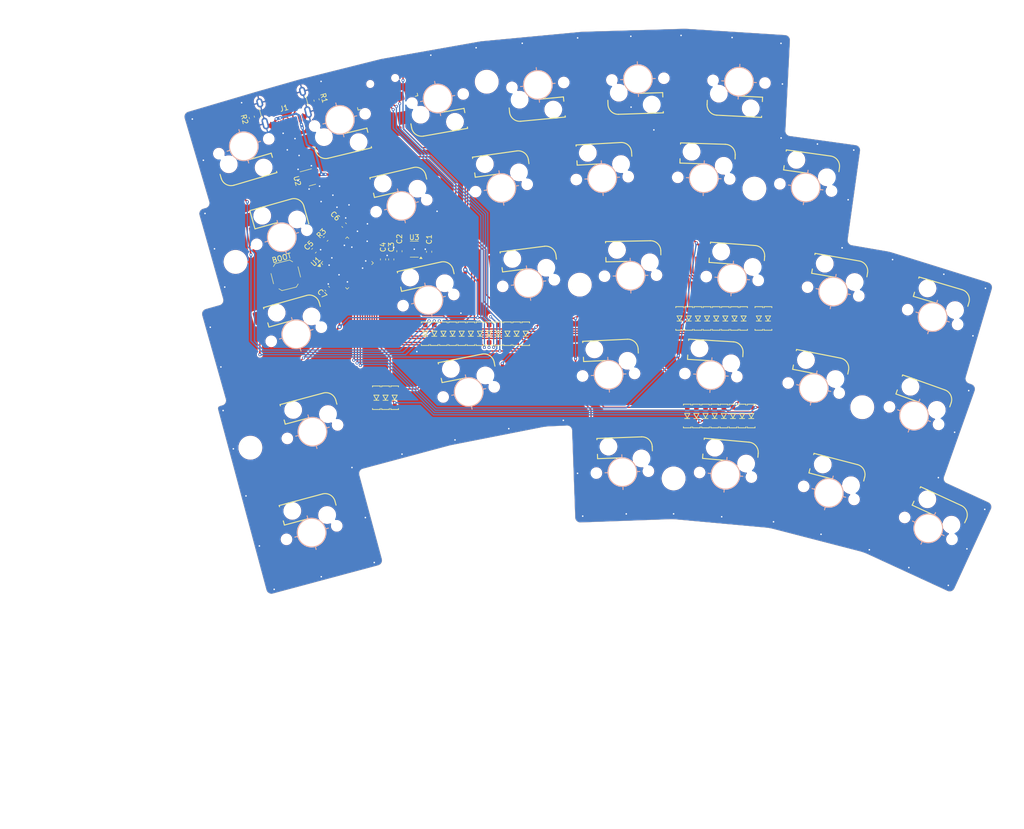
<source format=kicad_pcb>
(kicad_pcb (version 20241229) (generator "pcbnew") (generator_version "9.0")
  (layers (0 "F.Cu" signal) (2 "B.Cu" signal) (13 "F.Paste" user) (15 "B.Paste" user) (5 "F.SilkS" user "F.Silkscreen") (7 "B.SilkS" user "B.Silkscreen") (1 "F.Mask" user) (3 "B.Mask" user) (25 "Edge.Cuts" user))
  (net 0 "")
  (net 1 "GND")
  (net 2 "VBUS")
  (net 3 "+3.3V")
  (net 6 "/USB_D-")
  (net 12 "/nrst")
  (net 18 "/USB_D+")
  (net 20 "/boot0")
  (net 32 "Net-(J1-CC1)")
  (net 34 "Net-(J1-CC2)")
  (net 36 "Net-(D32-K)")
  (net 37 "/col1")
  (net 38 "Net-(D33-K)")
  (net 39 "/col2")
  (net 40 "/col4")
  (net 41 "Net-(D5-A)")
  (net 42 "/col3")
  (net 43 "Net-(D4-A)")
  (net 44 "Net-(D3-A)")
  (net 45 "Net-(D2-A)")
  (net 46 "/col0")
  (net 47 "Net-(D1-A)")
  (net 48 "Net-(D9-A)")
  (net 49 "Net-(D10-A)")
  (net 50 "Net-(D11-A)")
  (net 51 "/col5")
  (net 52 "Net-(D12-A)")
  (net 53 "Net-(D14-A)")
  (net 54 "Net-(D15-A)")
  (net 55 "Net-(D16-A)")
  (net 56 "Net-(D17-A)")
  (net 57 "Net-(D18-A)")
  (net 58 "Net-(D19-A)")
  (net 59 "/col6")
  (net 60 "Net-(D21-A)")
  (net 61 "Net-(D6-A)")
  (net 62 "Net-(D20-A)")
  (net 63 "Net-(D13-A)")
  (net 64 "Net-(D8-A)")
  (net 65 "/row2")
  (net 66 "/row4")
  (net 67 "/row1")
  (net 68 "/row3")
  (net 69 "Net-(D7-A)")
  (net 70 "/row0")
  (net 71 "Net-(D22-A)")
  (net 72 "Net-(D23-A)")
  (net 73 "Net-(D24-A)")
  (net 74 "Net-(D25-A)")
  (net 75 "Net-(D28-K)")
  (net 76 "Net-(D29-K)")
  (net 77 "Net-(D30-K)")
  (net 78 "Net-(D27-K)")
  (net 79 "Net-(D31-K)")
  (net 81 "Net-(D26-A)")
  (footprint "MyLibrary:TMHU27" (layer "F.Cu") (at 27.174835 -12.561384 13.55)
    (property "Reference" "SW31" (hide yes))
    (property "Value" "SW_SP3T_NR01103")
  )
  (footprint "MyLibrary:USB_C_Receptacle_HRO_TYPE-C-31-M-12_My" (layer "F.Cu") (at 7.559161 -8.590571 -165)
    (property "Reference" "J1")
    (property "Value" "USB_C_Receptacle")
  )
  (footprint "MyLibrary:hole_4mm" (layer "F.Cu") (at 65.633316 27.034009 15)
    (property "Reference" "Ref**")
    (property "Value" "Val**")
  )
  (footprint "Capacitor_SMD:C_0603_1608Metric" (layer "F.Cu") (at 14.216072 -9.04784 105)
    (property "Reference" "R1")
    (property "Value" "5.1k")
  )
  (footprint "Capacitor_SMD:C_0603_1608Metric" (layer "F.Cu") (at 30.399999 20.5 90)
    (property "Reference" "C2")
    (property "Value" "4.7u")
  )
  (footprint "Capacitor_SMD:C_0603_1608Metric" (layer "F.Cu") (at 19.6 15.4 135)
    (property "Reference" "C6")
    (property "Value" "100n")
  )
  (footprint "MyLibrary:hole_4mm" (layer "F.Cu") (at 1.281488 58.874424 15)
    (property "Reference" "Ref**")
    (property "Value" "Val**")
  )
  (footprint "Capacitor_SMD:C_0603_1608Metric" (layer "F.Cu") (at 15.999999 18.1 45)
    (property "Reference" "R3")
    (property "Value" "10k")
  )
  (footprint "Capacitor_SMD:C_0603_1608Metric" (layer "F.Cu") (at 1.565472 -5.658122 -75)
    (property "Reference" "R2")
    (property "Value" "5.1k")
  )
  (footprint "Capacitor_SMD:C_0603_1608Metric" (layer "F.Cu") (at 27.2 22.100001 90)
    (property "Reference" "C4")
    (property "Value" "100n")
  )
  (footprint "Capacitor_SMD:C_0603_1608Metric" (layer "F.Cu") (at 13.7 20.399999 45)
    (property "Reference" "C5")
    (property "Value" "100n")
  )
  (footprint "Package_TO_SOT_SMD:SOT-23-5" (layer "F.Cu") (at 33.3 20.1 180)
    (property "Reference" "U3")
    (property "Value" "TLV75733PDBV")
  )
  (footprint "Capacitor_SMD:C_0603_1608Metric" (layer "F.Cu") (at 16.299999 27.8 135)
    (property "Reference" "C7")
    (property "Value" "100n")
  )
  (footprint "MyLibrary:sot-23-6-USBESD" (layer "F.Cu") (at 13.013395 6.065914 15)
    (property "Reference" "U2")
    (property "Value" "CDSOT236-0504C")
  )
  (footprint "MyLibrary:hole_4mm" (layer "F.Cu") (at 120.808254 50.969258 15)
    (property "Reference" "Ref**")
    (property "Value" "Val**")
  )
  (footprint "MyLibrary:hole_4mm" (layer "F.Cu") (at -1.609125 22.586075 15)
    (property "Reference" "Ref**")
    (property "Value" "Val**")
  )
  (footprint "Package_QFP:LQFP-48_7x7mm_P0.5mm" (layer "F.Cu") (at 20.199998 22.8 45)
    (property "Reference" "U1")
    (property "Value" "STM32F072CBTx")
  )
  (footprint "Capacitor_SMD:C_0603_1608Metric" (layer "F.Cu") (at 28.8 22.1 90)
    (property "Reference" "C3")
    (property "Value" "1u")
  )
  (footprint "Capacitor_SMD:C_0603_1608Metric" (layer "F.Cu") (at 36.199999 20.6 90)
    (property "Reference" "C1")
    (property "Value" "1u")
  )
  (footprint "MyLibrary:hole_4mm" (layer "F.Cu") (at 47.45284 -12.611423 15)
    (property "Reference" "Ref**")
    (property "Value" "Val**")
  )
  (footprint "MyLibrary:hole_4mm" (layer "F.Cu") (at 99.738297 8.267539 15)
    (property "Reference" "Ref**")
    (property "Value" "Val**")
  )
  (footprint "MyLibrary:hole_4mm" (layer "F.Cu") (at 83.953356 64.882076 15)
    (property "Reference" "Ref**")
    (property "Value" "Val**")
  )
  (footprint "Button_Switch_SMD:SW_SPST_SKQG_WithStem" (layer "F.Cu") (at 8.2 25.2 -166)
    (property "Reference" "SW32" (hide yes))
    (property "Value" "SW_Push")
  )
  (footprint "MyLibrary:MX_GLPV3_1U" (layer "B.Cu") (at 133.703931 74.63192 155.26)
    (property "Reference" "SW30" (hide yes))
    (property "Value" "SW_PUSH" (hide yes))
  )
  (footprint "MyLibrary:MX_GLPV3_1U" (layer "B.Cu") (at 111.324308 47.224309 168.85)
    (property "Reference" "SW24" (hide yes))
    (property "Value" "SW_PUSH" (hide yes))
  )
  (footprint "MyLibrary:MX_GLPV3_1U" (layer "B.Cu") (at 37.858084 -9.332754 10.05)
    (property "Reference" "SW3" (hide yes))
    (property "Value" "SW_PUSH" (hide yes))
  )
  (footprint "MyLibrary:MX_GLPV3_1U" (layer "B.Cu") (at 36.065051 30.048403 -167.6)
    (property "Reference" "SW14" (hide yes))
    (property "Value" "SW_PUSH" (hide yes))
  )
  (footprint "MyLibrary:Diode_SMD_noname" (layer "B.Cu") (at 85.129604 33.635126 90)
    (property "Reference" "D16" (hide yes))
    (property "Value" "D" (hide yes))
  )
  (footprint "MyLibrary:Diode_SMD_noname" (layer "B.Cu") (at 99.119448 52.685112 90)
    (property "Reference" "D30" (hide yes))
    (property "Value" "D" (hide yes))
  )
  (footprint "MyLibrary:Diode_SMD_noname" (layer "B.Cu") (at 55.066358 36.611688 90)
    (property "Reference" "D15" (hide yes))
    (property "Value" "D" (hide yes))
  )
  (footprint "MyLibrary:Diode_SMD_noname" (layer "B.Cu") (at 46.13668 36.611687 90)
    (property "Reference" "D33" (hide yes))
    (property "Value" "D" (hide yes))
  )
  (footprint "MyLibrary:MX_GLPV3_1.25U" (layer "B.Cu") (at 13.245793 75.466307 -165)
    (property "Reference" "SW26" (hide yes))
    (property "Value" "SW_PUSH" (hide yes))
  )
  (footprint "MyLibrary:MX_GLPV3_1U" (layer "B.Cu") (at 73.956023 63.646724 -177.93)
    (property "Reference" "SW27" (hide yes))
    (property "Value" "SW_PUSH" (hide yes))
  )
  (footprint "MyLibrary:MX_GLPV3_1U" (layer "B.Cu") (at 75.541876 25.275145 -178.87)
    (property "Reference" "SW16" (hide yes))
    (property "Value" "SW_PUSH" (hide yes))
  )
  (footprint "MyLibrary:Diode_SMD_noname" (layer "B.Cu") (at 53.280424 36.611689 90)
    (property "Reference" "D9" (hide yes))
    (property "Value" "D" (hide yes))
  )
  (footprint "MyLibrary:Diode_SMD_noname" (layer "B.Cu") (at 97.333512 52.685112 90)
    (property "Reference" "D24" (hide yes))
    (property "Value" "D" (hide yes))
  )
  (footprint "MyLibrary:Diode_SMD_noname" (layer "B.Cu") (at 35.421064 36.611688 90)
    (property "Reference" "D1" (hide yes))
    (property "Value" "D" (hide yes))
  )
  (footprint "MyLibrary:Diode_SMD_noname" (layer "B.Cu") (at 40.778873 36.611689 90)
    (property "Reference" "D14" (hide yes))
    (property "Value" "D" (hide yes))
  )
  (footprint "MyLibrary:MX_GLPV3_1U" (layer "B.Cu") (at 96.731138 -12.618173 -2.88)
    (property "Reference" "SW6" (hide yes))
    (property "Value" "SW_PUSH" (hide yes))
  )
  (footprint "MyLibrary:Diode_SMD_noname" (layer "B.Cu") (at 102.393664 33.635128 90)
    (property "Reference" "D19" (hide yes))
    (property "Value" "D" (hide yes))
  )
  (footprint "MyLibrary:MX_GLPV3_1U" (layer "B.Cu") (at 55.614852 26.726799 -172.79)
    (property "Reference" "SW15" (hide yes))
    (property "Value" "SW_PUSH" (hide yes))
  )
  (footprint "MyLibrary:Diode_SMD_noname" (layer "B.Cu") (at 25.896072 49.11324 90)
    (property "Reference" "D20" (hide yes))
    (property "Value" "D" (hide yes))
  )
  (footprint "MyLibrary:MX_GLPV3_1.75U" (layer "B.Cu") (at 13.41174 55.751763 -165)
    (property "Reference" "SW20" (hide yes))
    (property "Value" "SW_PUSH" (hide yes))
  )
  (footprint "MyLibrary:MX_GLPV3_1U" (layer "B.Cu") (at 43.929175 47.987515 -168.88)
    (property "Reference" "SW21" (hide yes))
    (property "Value" "SW_PUSH" (hide yes))
  )
  (footprint "MyLibrary:MX_GLPV3_1U" (layer "B.Cu") (at 30.789601 11.632066 -166.79)
    (property "Reference" "SW8" (hide yes))
    (property "Value" "SW_PUSH" (hide yes))
  )
  (footprint "MyLibrary:MX_GLPV3_1U" (layer "B.Cu") (at 71.256887 44.622188 -177.29)
    (property "Reference" "SW22" (hide yes))
    (property "Value" "SW_PUSH" (hide yes))
  )
  (footprint "MyLibrary:Diode_SMD_noname" (layer "B.Cu") (at 92.273361 33.635129 90)
    (property "Reference" "D6" (hide yes))
    (property "Value" "D" (hide yes))
  )
  (footprint "MyLibrary:Diode_SMD_noname" (layer "B.Cu") (at 100.607728 33.635128 90)
    (property "Reference" "D18" (hide yes))
    (property "Value" "D" (hide yes))
  )
  (footprint "MyLibrary:Diode_SMD_noname" (layer "B.Cu") (at 97.631176 33.635127 90)
    (property "Reference" "D12" (hide yes))
    (property "Value" "D" (hide yes))
  )
  (footprint "MyLibrary:MX_GLPV3_1U" (layer "B.Cu") (at 94.092559 64.168495 174.96)
    (property "Reference" "SW28" (hide yes))
    (property "Value" "SW_PUSH" (hide yes))
  )
  (footprint "MyLibrary:MX_GLPV3_1.75U" (layer "B.Cu") (at 10.244569 36.715535 -164.27)
    (property "Reference" "SW13" (hide yes))
    (property "Value" "SW_PUSH" (hide yes))
  )
  (footprint "MyLibrary:MX_GLPV3_1U" (layer "B.Cu") (at 70.014644 6.220506 -176.87)
    (property "Reference" "SW10" (hide yes))
    (property "Value" "SW_PUSH" (hide yes))
  )
  (footprint "MyLibrary:MX_GLPV3_1U" (layer "B.Cu") (at 115.126689 28.375616 170.24)
    (property "Reference" "SW18" (hide yes))
    (property "Value" "SW_PUSH" (hide yes))
  )
  (footprint "MyLibrary:Diode_SMD_noname" (layer "B.Cu") (at 90.189767 52.685113 90)
    (property "Reference" "D28" (hide yes))
    (property "Value" "D" (hide yes))
  )
  (footprint "MyLibrary:MX_GLPV3_1U" (layer "B.Cu") (at 57.437753 -11.985442 5.38)
    (property "Reference" "SW4" (hide yes))
    (property "Value" "SW_PUSH" (hide yes))
  )
  (footprint "MyLibrary:Diode_SMD_noname" (layer "B.Cu") (at 37.207 36.611688 90)
    (property "Reference" "D7" (hide yes))
    (property "Value" "D" (hide yes))
  )
  (footprint "MyLibrary:Diode_SMD_noname" (layer "B.Cu") (at 42.564809 36.611689 90)
    (property "Reference" "D8" (hide yes))
    (property "Value" "D" (hide yes))
  )
  (footprint "MyLibrary:MX_GLPV3_1U" (layer "B.Cu") (at 89.844749 6.231131 178.16)
    (property "Reference" "SW11" (hide yes))
    (property "Value" "SW_PUSH" (hide yes))
  )
  (footprint "MyLibrary:Diode_SMD_noname" (layer "B.Cu") (at 51.494488 36.611688 90)
    (property "Reference" "D3" (hide yes))
    (property "Value" "D" (hide yes))
  )
  (footprint "MyLibrary:MX_GLPV3_1U" (layer "B.Cu") (at 76.978648 -13.125015 1.89)
    (property "Reference" "SW5" (hide yes))
    (property "Value" "SW_PUSH" (hide yes))
  )
  (footprint "MyLibrary:Diode_SMD_noname" (layer "B.Cu") (at 47.922616 36.61169 90)
    (property "Reference" "D32" (hide yes))
    (property "Value" "D" (hide yes))
  )
  (footprint "MyLibrary:Diode_SMD_noname" (layer "B.Cu") (at 90.487421 33.635127 90)
    (property "Reference" "D5" (hide yes))
    (property "Value" "D" (hide yes))
  )
  (footprint "MyLibrary:MX_GLPV3_1U" (layer "B.Cu") (at 109.755894 8.045536 172.06)
    (property "Reference" "SW12" (hide yes))
    (property "Value" "SW_PUSH" (hide yes))
  )
  (footprint "MyLibrary:MX_GLPV3_1.5U" (layer "B.Cu") (at 7.420656 17.771347 -164.27)
    (property "Reference" "SW7" (hide yes))
    (property "Value" "SW_PUSH" (hide yes))
  )
  (footprint "MyLibrary:Diode_SMD_noname" (layer "B.Cu") (at 27.682008 49.11324 90)
    (property "Reference" "D26" (hide yes))
    (property "Value" "D" (hide yes))
  )
  (footprint "MyLibrary:Diode_SMD_noname" (layer "B.Cu") (at 93.76164 52.685113 90)
    (property "Reference" "D25" (hide yes))
    (property "Value" "D" (hide yes))
  )
  (footprint "MyLibrary:Diode_SMD_noname" (layer "B.Cu") (at 95.547575 52.685113 90)
    (property "Reference" "D29" (hide yes))
    (property "Value" "D" (hide yes))
  )
  (footprint "MyLibrary:Diode_SMD_noname" (layer "B.Cu") (at 94.059296 33.635127 90)
    (property "Reference" "D17" (hide yes))
    (property "Value" "D" (hide yes))
  )
  (footprint "MyLibrary:Diode_SMD_noname" (layer "B.Cu") (at 29.467944 49.11324 90)
    (property "Reference" "D21" (hide yes))
    (property "Value" "D" (hide yes))
  )
  (footprint "MyLibrary:MX_GLPV3_1U" (layer "B.Cu") (at 50.311949 8.147536 -171.96)
    (property "Reference" "SW9" (hide yes))
    (property "Value" "SW_PUSH" (hide yes))
  )
  (footprint "MyLibrary:MX_GLPV3_1U" (layer "B.Cu") (at 130.917435 52.613614 160.44)
    (property "Reference" "SW25" (hide yes))
    (property "Value" "SW_PUSH" (hide yes))
  )
  (footprint "MyLibrary:Diode_SMD_noname" (layer "B.Cu") (at 38.992935 36.611688 90)
    (property "Reference" "D13" (hide yes))
    (property "Value" "D" (hide yes))
  )
  (footprint "MyLibrary:Diode_SMD_noname" (layer "B.Cu") (at 88.701481 33.635127 90)
    (property "Reference" "D4" (hide yes))
    (property "Value" "D" (hide yes))
  )
  (footprint "MyLibrary:MX_GLPV3_1U" (layer "B.Cu") (at 91.243167 44.695377 176.56)
    (property "Reference" "SW23" (hide yes))
    (property "Value" "SW_PUSH" (hide yes))
  )
  (footprint "MyLibrary:Diode_SMD_noname" (layer "B.Cu") (at 86.915543 33.635127 90)
    (property "Reference" "D10" (hide yes))
    (property "Value" "D" (hide yes))
  )
  (footprint "MyLibrary:MX_GLPV3_1U" (layer "B.Cu") (at 114.283524 67.709125 165.49)
    (property "Reference" "SW29" (hide yes))
    (property "Value" "SW_PUSH" (hide yes))
  )
  (footprint "MyLibrary:Diode_SMD_noname" (layer "B.Cu") (at 91.975705 52.685113 90)
    (property "Reference" "D23" (hide yes))
    (property "Value" "D" (hide yes))
  )
  (footprint "MyLibrary:Diode_SMD_noname" (layer "B.Cu") (at 49.708552 36.611688 90)
    (property "Reference" "D31" (hide yes))
    (property "Value" "D" (hide yes))
  )
  (footprint "MyLibrary:MX_GLPV3_1U" (layer "B.Cu") (at 18.760668 -5.15841 13.55)
    (property "Reference" "SW2" (hide yes))
    (property "Value" "SW_PUSH" (hide yes))
  )
  (footprint "MyLibrary:MX_GLPV3_1U" (layer "B.Cu") (at 95.40348 25.822685 175.76)
    (property "Reference" "SW17" (hide yes))
    (property "Value" "SW_PUSH" (hide yes))
  )
  (footprint "MyLibrary:MX_GLPV3_1U" (layer "B.Cu") (at 0 0 16.408)
    (property "Reference" "SW1" (hide yes))
    (property "Value" "SW_PUSH" (hide yes))
  )
  (footprint "MyLibrary:Diode_SMD_noname" (layer "B.Cu") (at 88.40383 52.685113 90)
    (property "Reference" "D22" (hide yes))
    (property "Value" "D" (hide yes))
  )
  (footprint "MyLibrary:Diode_SMD_noname" (layer "B.Cu") (at 44.350744 36.611688 90)
    (property "Reference" "D2" (hide yes))
    (property "Value" "D" (hide yes))
  )
  (footprint "MyLibrary:Diode_SMD_noname" (layer "B.Cu") (at 95.845232 33.635128 90)
    (property "Reference" "D11" (hide yes))
    (property "Value" "D" (hide yes))
  )
  (footprint "MyLibrary:MX_GLPV3_1U" (layer "B.Cu") (at 134.549661 33.352398 163.541)
    (property "Reference" "SW19" (hide yes))
    (property "Value" "SW_PUSH" (hide yes))
  )
  (footprint "MyLibrary:Diode_SMD_noname" (layer "B.Cu") (at 86.617896 52.685113 90)
    (property "Reference" "D27" (hide yes))
    (property "Value" "D" (hide yes))
  )
  (gr_arc (start 26.952779 80.61926) (mid 26.852889 81.378083) (end 26.245673 81.844006) (stroke (width 0.05)) (layer "Edge.Cuts"))
  (gr_arc (start -8.111102 33.028769) (mid -8.020878 32.268737) (end -7.419655 31.795114) (stroke (width 0.05)) (layer "Edge.Cuts"))
  (gr_line (start 105.737847 -21.715209) (end 86.649487 -22.929386) (stroke (width 0.05)) (layer "Edge.Cuts"))
  (gr_arc (start 65.780632 73.473436) (mid 65.063435 73.206246) (end 64.745166 72.510207) (stroke (width 0.05)) (layer "Edge.Cuts"))
  (gr_arc (start -4.034085 29.802653) (mid -4.124308 30.562683) (end -4.725529 31.036307) (stroke (width 0.05)) (layer "Edge.Cuts"))
  (gr_arc (start 118.775655 19.338393) (mid 118.13767 18.942785) (end 117.954764 18.214732) (stroke (width 0.05)) (layer "Edge.Cuts"))
  (gr_line (start 84.428694 72.880081) (end 101.865829 74.469978) (stroke (width 0.05)) (layer "Edge.Cuts"))
  (gr_line (start 26.952779 80.61926) (end 22.552898 64.198679) (stroke (width 0.05)) (layer "Edge.Cuts"))
  (gr_line (start 40.632185 58.342801) (end 58.274773 54.870156) (stroke (width 0.05)) (layer "Edge.Cuts"))
  (gr_line (start 121.914888 79.687183) (end 137.460251 86.850403) (stroke (width 0.05)) (layer "Edge.Cuts"))
  (gr_line (start 64.130616 55.507467) (end 64.745166 72.510207) (stroke (width 0.05)) (layer "Edge.Cuts"))
  (gr_arc (start 85.718429 -22.945165) (mid 86.184142 -22.948119) (end 86.649487 -22.929386) (stroke (width 0.05)) (layer "Edge.Cuts"))
  (gr_arc (start 141.638521 46.314452) (mid 141.082191 45.826019) (end 141.014292 45.088831) (stroke (width 0.05)) (layer "Edge.Cuts"))
  (gr_line (start 103.463297 74.74763) (end 120.235366 79.088306) (stroke (width 0.05)) (layer "Edge.Cuts"))
  (gr_line (start 125.47808 20.491286) (end 118.775655 19.338393) (stroke (width 0.05)) (layer "Edge.Cuts"))
  (gr_line (start 145.442475 26.62324) (end 126.758614 20.799567) (stroke (width 0.05)) (layer "Edge.Cuts"))
  (gr_arc (start 145.442475 26.62324) (mid 146.026945 27.106688) (end 146.103922 27.861267) (stroke (width 0.05)) (layer "Edge.Cuts"))
  (gr_line (start -8.642941 13.439015) (end -4.034085 29.802653) (stroke (width 0.05)) (layer "Edge.Cuts"))
  (gr_line (start -5.02488 51.34847) (end 4.434916 86.652903) (stroke (width 0.05)) (layer "Edge.Cuts"))
  (gr_arc (start 2.342165 -10.619262) (mid 2.38458 -10.631651) (end 2.427049 -10.643853) (stroke (width 0.05)) (layer "Edge.Cuts"))
  (gr_arc (start 101.865829 74.469978) (mid 102.6702 74.576373) (end 103.463297 74.74763) (stroke (width 0.05)) (layer "Edge.Cuts"))
  (gr_line (start 23.259985 62.973941) (end 39.97262 58.495804) (stroke (width 0.05)) (layer "Edge.Cuts"))
  (gr_line (start 65.780632 73.473436) (end 83.159467 72.845294) (stroke (width 0.05)) (layer "Edge.Cuts"))
  (gr_line (start -7.432796 12.059267) (end -7.951498 12.205361) (stroke (width 0.05)) (layer "Edge.Cuts"))
  (gr_arc (start 120.235366 79.088306) (mid 121.088503 79.350231) (end 121.914888 79.687183) (stroke (width 0.05)) (layer "Edge.Cuts"))
  (gr_arc (start 142.13938 46.492407) (mid 142.707575 47.005159) (end 142.746876 47.769493) (stroke (width 0.05)) (layer "Edge.Cuts"))
  (gr_line (start 26.476824 -16.964162) (end 11.138863 -13.12074) (stroke (width 0.05)) (layer "Edge.Cuts"))
  (gr_arc (start -3.506965 49.375643) (mid -3.600322 50.141219) (end -4.210695 50.612672) (stroke (width 0.05)) (layer "Edge.Cuts"))
  (gr_line (start -11.545386 -5.486835) (end -6.744636 10.814207) (stroke (width 0.05)) (layer "Edge.Cuts"))
  (gr_line (start 45.914911 -20.434073) (end 27.16242 -17.110628) (stroke (width 0.05)) (layer "Edge.Cuts"))
  (gr_line (start 142.13938 46.492407) (end 141.638521 46.314452) (stroke (width 0.05)) (layer "Edge.Cuts"))
  (gr_line (start 119.514913 -0.210539) (end 106.647226 -2.005237) (stroke (width 0.05)) (layer "Edge.Cuts"))
  (gr_line (start 59.663058 54.706629) (end 63.08399 54.544706) (stroke (width 0.05)) (layer "Edge.Cuts"))
  (gr_arc (start 63.08399 54.544706) (mid 63.808331 54.807564) (end 64.130616 55.507467) (stroke (width 0.05)) (layer "Edge.Cuts"))
  (gr_arc (start -6.744636 10.814207) (mid -6.828689 11.580457) (end -7.432796 12.059267) (stroke (width 0.05)) (layer "Edge.Cuts"))
  (gr_line (start 85.718429 -22.945165) (end 66.349034 -22.371079) (stroke (width 0.05)) (layer "Edge.Cuts"))
  (gr_line (start -4.210695 50.612672) (end -4.671326 50.736099) (stroke (width 0.05)) (layer "Edge.Cuts"))
  (gr_arc (start 45.914911 -20.434073) (mid 46.31753 -20.496999) (end 46.722379 -20.543461) (stroke (width 0.05)) (layer "Edge.Cuts"))
  (gr_arc (start 39.972641 58.495798) (mid 40.301117 58.413714) (end 40.632185 58.342801) (stroke (width 0.05)) (layer "Edge.Cuts"))
  (gr_arc (start 105.737847 -21.715209) (mid 106.42057 -21.382991) (end 106.673105 -20.66698) (stroke (width 0.05)) (layer "Edge.Cuts"))
  (gr_arc (start 5.659661 87.360011) (mid 4.900841 87.260111) (end 4.434916 86.652903) (stroke (width 0.05)) (layer "Edge.Cuts"))
  (gr_line (start 141.014292 45.088831) (end 146.103922 27.861267) (stroke (width 0.05)) (layer "Edge.Cuts"))
  (gr_arc (start 125.47808 20.491286) (mid 126.123427 20.624325) (end 126.758614 20.799567) (stroke (width 0.05)) (layer "Edge.Cuts"))
  (gr_line (start 105.786625 -3.045892) (end 106.673105 -20.66698) (stroke (width 0.05)) (layer "Edge.Cuts"))
  (gr_line (start 5.659661 87.360011) (end 26.245673 81.844006) (stroke (width 0.05)) (layer "Edge.Cuts"))
  (gr_line (start 2.342165 -10.619262) (end -10.86863 -6.728609) (stroke (width 0.05)) (layer "Edge.Cuts"))
  (gr_arc (start -8.642941 13.439015) (mid -8.552718 12.678985) (end -7.951498 12.205361) (stroke (width 0.05)) (layer "Edge.Cuts"))
  (gr_arc (start -5.02488 51.34847) (mid -4.974928 50.969062) (end -4.671326 50.736099) (stroke (width 0.05)) (layer "Edge.Cuts"))
  (gr_arc (start 65.707685 -22.331416) (mid 66.028041 -22.356398) (end 66.349034 -22.371079) (stroke (width 0.05)) (layer "Edge.Cuts"))
  (gr_line (start -4.725529 31.036307) (end -7.419655 31.795114) (stroke (width 0.05)) (layer "Edge.Cuts"))
  (gr_arc (start 145.432701 69.548883) (mid 145.952373 70.110796) (end 145.922414 70.875602) (stroke (width 0.05)) (layer "Edge.Cuts"))
  (gr_arc (start 138.786968 86.360689) (mid 138.225022 86.880305) (end 137.460251 86.850403) (stroke (width 0.05)) (layer "Edge.Cuts"))
  (gr_line (start 136.781041 64.560596) (end 142.746876 47.769493) (stroke (width 0.05)) (layer "Edge.Cuts"))
  (gr_line (start 117.954764 18.214732) (end 120.367192 0.918009) (stroke (width 0.05)) (layer "Edge.Cuts"))
  (gr_line (start 65.707685 -22.331416) (end 46.722379 -20.543461) (stroke (width 0.05)) (layer "Edge.Cuts"))
  (gr_arc (start 83.159467 72.845294) (mid 83.794633 72.842527) (end 84.428694 72.880081) (stroke (width 0.05)) (layer "Edge.Cuts"))
  (gr_line (start 138.786968 86.360689) (end 145.922414 70.875602) (stroke (width 0.05)) (layer "Edge.Cuts"))
  (gr_arc (start 26.476824 -16.964162) (mid 26.818339 -17.043401) (end 27.16242 -17.110628) (stroke (width 0.05)) (layer "Edge.Cuts"))
  (gr_line (start 10.829332 -13.037883) (end 2.427049 -10.643853) (stroke (width 0.05)) (layer "Edge.Cuts"))
  (gr_line (start 145.432701 69.548883) (end 137.30483 65.803603) (stroke (width 0.05)) (layer "Edge.Cuts"))
  (gr_arc (start -11.545386 -5.486835) (mid -11.464187 -6.247882) (end -10.86863 -6.728609) (stroke (width 0.05)) (layer "Edge.Cuts"))
  (gr_arc (start 58.274773 54.870156) (mid 58.966055 54.764104) (end 59.663058 54.706629) (stroke (width 0.05)) (layer "Edge.Cuts"))
  (gr_arc (start 22.552898 64.198679) (mid 22.652819 63.43987) (end 23.260005 62.973934) (stroke (width 0.05)) (layer "Edge.Cuts"))
  (gr_arc (start 10.829332 -13.037883) (mid 10.983765 -13.080553) (end 11.138863 -13.12074) (stroke (width 0.05)) (layer "Edge.Cuts"))
  (gr_arc (start 137.30483 65.803603) (mid 136.801842 65.283689) (end 136.781041 64.560596) (stroke (width 0.05)) (layer "Edge.Cuts"))
  (gr_arc (start 119.514913 -0.210539) (mid 120.174826 0.177195) (end 120.367192 0.918009) (stroke (width 0.05)) (layer "Edge.Cuts"))
  (gr_line (start -8.111102 33.028769) (end -3.506965 49.375643) (stroke (width 0.05)) (layer "Edge.Cuts"))
  (gr_arc (start 106.647226 -2.005237) (mid 106.014741 -2.358367) (end 105.786625 -3.045892) (stroke (width 0.05)) (layer "Edge.Cuts"))
  (gr_text "BOOT" (at 7.401727 21.828065 15) (layer "F.SilkS") (effects (font (size 1 1))))
  (segment (start 15 20.781979) (end 15 20.2) (width 0.25) (layer "F.Cu") (net 1))
  (segment (start 11.955165 -5.668782) (end 12.542064 -6.685322) (width 0.6) (layer "F.Cu") (net 1))
  (segment (start 14.651991 19.851992) (end 15 20.2) (width 0.25) (layer "F.Cu") (net 1))
  (segment (start 27.2 21.325001) (end 27.999999 21.325001) (width 0.4) (layer "F.Cu") (net 1))
  (segment (start 27.999999 21.325001) (end 28.799997 21.325001) (width 0.4) (layer "F.Cu") (net 1))
  (segment (start 30.774999 20.1) (end 30.399999 19.724999) (width 0.6) (layer "F.Cu") (net 1))
  (segment (start 17.16066 26.9) (end 17.786998 26.273661) (width 0.25) (layer "F.Cu") (net 1))
  (segment (start 17.786998 26.273661) (end 17.786997 26.26609) (width 0.25) (layer "F.Cu") (net 1))
  (segment (start 17.786997 26.26609) (end 18.752328 25.300761) (width 0.25) (layer "F.Cu") (net 1))
  (segment (start 5.444825 -3.924344) (end 5.213003 -3.862228) (width 0.6) (layer "F.Cu") (net 1))
  (segment (start 15.751992 27.251992) (end 16.148008 27.251992) (width 0.25) (layer "F.Cu") (net 1))
  (segment (start 27.2 21.325001) (end 26.34332 21.325002) (width 0.4) (layer "F.Cu") (net 1))
  (segment (start 24.734319 24.152342) (end 26.790988 26.209012) (width 0.25) (layer "F.Cu") (net 1))
  (segment (start 10.598581 6.712959) (end 11.854282 6.376496) (width 0.6) (layer "F.Cu") (net 1))
  (segment (start 16.148008 27.251992) (end 16.499998 26.9) (width 0.25) (layer "F.Cu") (net 1))
  (segment (start 16.499998 26.9) (end 17.16066 26.9) (width 0.25) (layer "F.Cu") (net 1))
  (segment (start 14.426004 19.851992) (end 14.651991 19.851992) (width 0.25) (layer "F.Cu") (net 1))
  (segment (start 15.665678 21.447658) (end 15 20.781979) (width 0.25) (layer "F.Cu") (net 1))
  (segment (start 35.924998 20.1) (end 34.437498 20.100001) (width 0.6) (layer "F.Cu") (net 1))
  (segment (start 21.552342 18.265678) (end 22.2 17.618021) (width 0.25) (layer "F.Cu") (net 1))
  (segment (start 26.34332 21.325002) (end 25.40916 22.25916) (width 0.4) (layer "F.Cu") (net 1))
  (segment (start 14.248007 20.029988) (end 14.426004 19.851992) (width 0.25) (layer "F.Cu") (net 1))
  (segment (start 34.437498 20.100001) (end 30.774999 20.1) (width 0.6) (layer "F.Cu") (net 1))
  (segment (start 11.723342 -5.606667) (end 11.955165 -5.668782) (width 0.6) (layer "F.Cu") (net 1))
  (segment (start 36.199999 19.824999) (end 35.924998 20.1) (width 0.6) (layer "F.Cu") (net 1))
  (segment (start 22.2 17.618021) (end 22.2 16.600001) (width 0.25) (layer "F.Cu") (net 1))
  (segment (start 5.213003 -3.862228) (end 4.196463 -4.449126) (width 0.6) (layer "F.Cu") (net 1))
  (via (at 10.6 4.5) (size 0.6) (drill 0.3) (layers "F.Cu" "B.Cu") (net 1))
  (via (at 75.595566 -21.488397) (size 0.6) (drill 0.3) (layers "F.Cu" "B.Cu") (net 1))
  (via (at -3.725139 27.499623) (size 0.6) (drill 0.3) (layers "F.Cu" "B.Cu") (net 1))
  (via (at 45.380335 -19.247216) (size 0.6) (drill 0.3) (layers "F.Cu" "B.Cu") (net 1))
  (via (at 24.1 18.55) (size 0.6) (drill 0.3) (layers "F.Cu" "B.Cu") (net 1))
  (via (at 25.483372 81.304564) (size 0.6) (drill 0.3) (layers "F.Cu" "B.Cu") (net 1))
  (via (at 103.472597 73.349909) (size 0.6) (drill 0.3) (layers "F.Cu" "B.Cu") (net 1))
  (via (at 66.197526 72.244103) (size 0.6) (drill 0.3) (layers "F.Cu" "B.Cu") (net 1))
  (via (at 93.347684 72.364994) (size 0.6) (drill 0.3) (layers "F.Cu" "B.Cu") (net 1))
  (via (at 104.933067 -20.104656) (size 0.6) (drill 0.3) (layers "F.Cu" "B.Cu") (net 1))
  (via (at 144.731675 70.922952) (size 0.6) (drill 0.3) (layers "F.Cu" "B.Cu") (net 1))
  (via (at 12.75 8.35) (size 0.6) (drill 0.3) (layers "F.Cu" "B.Cu") (net 1))
  (via (at 42.4 32.6) (size 0.6) (drill 0.3) (layers "F.Cu" "B.Cu") (net 1))
  (via (at 104.955191 -1.621183) (size 0.6) (drill 0.3) (layers "F.Cu" "B.Cu") (net 1))
  (via (at 85.412259 -21.65352) (size 0.6) (drill 0.3) (layers "F.Cu" "B.Cu") (net 1))
  (via (at 83.951948 71.801089) (size 0.6) (drill 0.3) (layers "F.Cu" "B.Cu") (net 1))
  (via (at 112.050887 -0.440927) (size 0.6) (drill 0.3) (layers "F.Cu" "B.Cu") (net 1))
  (via (at 14.8 7.8) (size 0.6) (drill 0.3) (layers "F.Cu" "B.Cu") (net 1))
  (via (at 51.758467 55.158459) (size 0.6) (drill 0.3) (layers "F.Cu" "B.Cu") (net 1))
  (via (at 15.09375 -12.672745) (size 0.6) (drill 0.3) (layers "F.Cu" "B.Cu") (net 1))
  (via (at 141.597784 47.726547) (size 0.6) (drill 0.3) (layers "F.Cu" "B.Cu") (net 1))
  (via (at -7.577097 13.123918) (size 0.6) (drill 0.3) (layers "F.Cu" "B.Cu") (net 1))
  (via (at -0.432012 -8.512629) (size 0.6) (drill 0.3) (layers "F.Cu" "B.Cu") (net 1))
  (via (at 27.999999 21.325001) (size 0.6) (drill 0.3) (layers "F.Cu" "B.Cu") (net 1))
  (via (at 33.3 20.100001) (size 0.6) (drill 0.3) (layers "F.Cu" "B.Cu") (net 1))
  (via (at 65.190541 63.885612) (size 0.6) (drill 0.3) (layers "F.Cu" "B.Cu") (net 1))
  (via (at 5.932415 86.543227) (size 0.6) (drill 0.3) (layers "F.Cu" "B.Cu") (net 1))
  (via (at 13.199999 3.8) (size 0.6) (drill 0.3) (layers "F.Cu" "B.Cu") (net 1))
  (via (at 18.6 25.1) (size 0.6) (drill 0.3) (layers "F.Cu" "B.Cu") (net 1))
  (via (at 21.127893 62.749582) (size 0.6) (drill 0.3) (layers "F.Cu" "B.Cu") (net 1))
  (via (at 8.5 0.7) (size 0.6) (drill 0.3) (layers "F.Cu" "B.Cu") (net 1))
  (via (at 7.6847 -2.537481) (size 0.6) (drill 0.3) (layers "F.Cu" "B.Cu") (net 1))
  (via (at 24.15 15.15) (size 0.6) (drill 0.3) (layers "F.Cu" "B.Cu") (net 1))
  (via (at -2.038375 59.095951) (size 0.6) (drill 0.3) (layers "F.Cu" "B.Cu") (net 1))
  (via (at 141.251305 78.635055) (size 0.6) (drill 0.3) (layers "F.Cu" "B.Cu") (net 1))
  (via (at 35.449999 20.099999) (size 0.6) (drill 0.3) (layers "F.Cu" "B.Cu") (net 1))
  (via (at -5.728157 20.024256) (size 0.6) (drill 0.3) (layers "F.Cu" "B.Cu") (net 1))
  (via (at 17.4 9.55) (size 0.6) (drill 0.3) (layers "F.Cu" "B.Cu") (net 1))
  (via (at 142.428621 37.026597) (size 0.6) (drill 0.3) (layers "F.Cu" "B.Cu") (net 1))
  (via (at 17.2 21.8) (size 0.6) (drill 0.3) (layers "F.Cu" "B.Cu") (net 1))
  (via (at 9.999998 -1.5) (size 0.6) (drill 0.3) (layers "F.Cu" "B.Cu") (net 1))
  (via (at 80.1 -3.2) (size 0.6) (drill 0.3) (layers "F.Cu" "B.Cu") (net 1))
  (via (at -10.053413 -5.318269) (size 0.6) (drill 0.3) (layers "F.Cu" "B.Cu") (net 1))
  (via (at 22.2 16.600001) (size 0.6) (drill 0.3) (layers "F.Cu" "B.Cu") (net 1))
  (via (at 16.668736 23.217169) (size 0.6) (drill 0.3) (layers "F.Cu" "B.Cu") (net 1))
  (via (at 116.868607 19.839161) (size 0.6) (drill 0.3) (layers "F.Cu" "B.Cu") (net 1))
  (via (at 126.726657 22.128212) (size 0.6) (drill 0.3) (layers "F.Cu" "B.Cu") (net 1))
  (via (at 20.240608 26.491383) (size 0.6) (drill 0.3) (layers "F.Cu" "B.Cu") (net 1))
  (via (at 30.903373 60.130251) (size 0.6) (drill 0.3) (layers "F.Cu" "B.Cu") (net 1))
  (via (at 65.203664 -21.169143) (size 0.6) (drill 0.3) (layers "F.Cu" "B.Cu") (net 1))
  (via (at 10.598581 6.712959) (size 0.6) (drill 0.3) (layers "F.Cu" "B.Cu") (net 1))
  (via (at 0.426878 68.296403) (size 0.6) (drill 0.3) (layers "F.Cu" "B.Cu") (net 1))
  (via (at 119.146595 0.739375) (size 0.6) (drill 0.3) (layers "F.Cu" "B.Cu") (net 1))
  (via (at 75.65 -7.65) (size 0.6) (drill 0.3) (layers "F.Cu" "B.Cu") (net 1))
  (via (at 74.710211 71.812152) (size 0.6) (drill 0.3) (layers "F.Cu" "B.Cu") (net 1))
  (via (at 33.8 40.1) (size 0.6) (drill 0.3) (layers "F.Cu" "B.Cu") (net 1))
  (via (at 3.04621 78.071882) (size 0.6) (drill 0.3) (layers "F.Cu" "B.Cu") (net 1))
  (via (at 105.211001 -12.167053) (size 0.6) (drill 0.3) (layers "F.Cu" "B.Cu") (net 1))
  (via (at -7.896316 2.732126) (size 0.6) (drill 0.3) (layers "F.Cu" "B.Cu") (net 1))
  (via (at 10.8 1.800002) (size 0.6) (drill 0.3) (layers "F.Cu" "B.Cu") (net 1))
  (via (at 21.1 19.7) (size 0.6) (drill 0.3) (layers "F.Cu" "B.Cu") (net 1))
  (via (at 95.383174 -21.24365) (size 0.6) (drill 0.3) (layers "F.Cu" "B.Cu") (net 1))
  (via (at -4.473398 43.107883) (size 0.6) (drill 0.3) (layers "F.Cu" "B.Cu") (net 1))
  (via (at 135.674169 64.721609) (size 0.6) (drill 0.3) (layers "F.Cu" "B.Cu") (net 1))
  (via (at 29.299999 19.75) (size 0.6) (drill 0.3) (layers "F.Cu" "B.Cu") (net 1))
  (via (at 37.75 12.7) (size 0.6) (drill 0.3) (layers "F.Cu" "B.Cu") (net 1))
  (via (at 122.192804 78.811258) (size 0.6) (drill 0.3) (layers "F.Cu" "B.Cu") (net 1))
  (via (at 136.738772 24.992242) (size 0.6) (drill 0.3) (layers "F.Cu" "B.Cu") (net 1))
  (via (at 112.755611 75.793037) (size 0.6) (drill 0.3) (layers "F.Cu" "B.Cu") (net 1))
  (via (at 23.747225 72.525062) (size 0.6) (drill 0.3) (layers "F.Cu" "B.Cu") (net 1))
  (via (at 137.616836 85.772041) (size 0.6) (drill 0.3) (layers "F.Cu" "B.Cu") (net 1))
  (via (at 15.1 10.800001) (size 0.6) (drill 0.3) (layers "F.Cu" "B.Cu") (net 1))
  (via (at 23.812481 22.4) (size 0.6) (drill 0.3) (layers "F.Cu" "B.Cu") (net 1))
  (via (at 118.048563 10.442142) (size 0.6) (drill 0.3) (layers "F.Cu" "B.Cu") (net 1))
  (via (at -4.041394 51.620584) (size 0.6) (drill 0.3) (layers "F.Cu" "B.Cu") (net 1))
  (via (at 19.9 14.000001) (size 0.6) (drill 0.3) (layers "F.Cu" "B.Cu") (net 1))
  (via (at 138.846497 55.859513) (size 0.6) (drill 0.3) (layers "F.Cu" "B.Cu") (net 1))
  (via (at 62.417079 53.53506) (size 0.6) (drill 0.3) (layers "F.Cu" "B.Cu") (net 1))
  (via (at 129.904821 82.291649) (size 0.6) (drill 0.3) (layers "F.Cu" "B.Cu") (net 1))
  (via (at 15 20.2) (size 0.6) (drill 0.3) (layers "F.Cu" "B.Cu") (net 1))
  (via (at 18.2 11.9) (size 0.6) (drill 0.3) (layers "F.Cu" "B.Cu") (net 1))
  (via (at 41.253881 57.356841) (size 0.6) (drill 0.3) (layers "F.Cu" "B.Cu") (net 1))
  (via (at 23.2 23.8) (size 0.6) (drill 0.3) (layers "F.Cu" "B.Cu") (net 1))
  (via (at -6.553452 35.345015) (size 0.6) (drill 0.3) (layers "F.Cu" "B.Cu") (net 1))
  (via (at 144.871736 27.743524) (size 0.6) (drill 0.3) (layers "F.Cu" "B.Cu") (net 1))
  (via (at 15.132871 84.077972) (size 0.6) (drill 0.3) (layers "F.Cu" "B.Cu") (net 1))
  (via (at 36.52381 -17.798586) (size 0.6) (drill 0.3) (layers "F.Cu" "B.Cu") (net 1))
  (via (at 19.645296 19.34764) (size 0.6) (drill 0.3) (layers "F.Cu" "B.Cu") (net 1))
  (via (at 20.549999 11.45) (size 0.6) (drill 0.3) (layers "F.Cu" "B.Cu") (net 1))
  (via (at 54.391031 -20.120852) (size 0.6) (drill 0.3) (layers "F.Cu" "B.Cu") (net 1))
  (via (at 16.499998 26.9) (size 0.6) (drill 0.3) (layers "F.Cu" "B.Cu") (net 1))
  (segment (start 33.635127 17.264048) (end 34.4375 18.06642) (width 0.4) (layer "F.Cu") (net 2))
  (segment (start 11.262843 -4.234313) (end 11.262844 -4.234311) (width 0.4) (layer "F.Cu") (net 2))
  (segment (start 6.337621 -5.320227) (end 6.038051 -4.801357) (width 0.4) (layer "F.Cu") (net 2))
  (segment (start 34.735155 18.752328) (end 34.4375 18.454672) (width 0.4) (layer "F.Cu") (net 2))
  (segment (start 34.762501 21.375) (end 36.199999 21.375001) (width 0.6) (layer "F.Cu") (net 2))
  (segment (start 15.187694 5.483312) (end 15.963116 5.483312) (width 0.6) (layer "F.Cu") (net 2))
  (segment (start 6.038051 -4.801357) (end 6.217566 -4.131398) (width 0.4) (layer "F.Cu") (net 2))
  (segment (start 6.347405 -5.346405) (end 6.335932 -5.326532) (width 0.4) (layer "F.Cu") (net 2))
  (segment (start 37.099999 19.117975) (end 36.734351 18.752327) (width 0.4) (layer "F.Cu") (net 2))
  (segment (start 15.187694 5.483312) (end 14.172506 5.755331) (width 0.6) (layer "F.Cu") (net 2))
  (segment (start 36.734351 18.752327) (end 34.735155 18.752328) (width 0.4) (layer "F.Cu") (net 2))
  (segment (start 34.4375 18.454672) (end 34.4375 19.150001) (width 0.4) (layer "F.Cu") (net 2))
  (segment (start 36.550001 21.049999) (end 37.099999 20.5) (width 0.4) (layer "F.Cu") (net 2))
  (segment (start 37.099999 20.5) (end 37.099999 19.117975) (width 0.4) (layer "F.Cu") (net 2))
  (segment (start 11.262844 -4.234311) (end 11.437545 -3.582319) (width 0.6) (layer "F.Cu") (net 2))
  (segment (start 28.164049 17.264048) (end 33.635127 17.264048) (width 0.4) (layer "F.Cu") (net 2))
  (segment (start 6.335932 -5.326532) (end 6.337621 -5.320227) (width 0.4) (layer "F.Cu") (net 2))
  (segment (start 10.9506 -5.399611) (end 11.262843 -4.234313) (width 0.4) (layer "F.Cu") (net 2))
  (segment (start 15.963116 5.483312) (end 16.383311 5.483312) (width 0.4) (layer "F.Cu") (net 2))
  (segment (start 6.347405 -5.346405) (end 7.085969 -5.544302) (width 0.6) (layer "F.Cu") (net 2))
  (segment (start 16.383311 5.483312) (end 28.164049 17.264048) (width 0.4) (layer "F.Cu") (net 2))
  (segment (start 34.437499 21.049999) (end 34.762501 21.375) (width 0.6) (layer "F.Cu") (net 2))
  (segment (start 34.4375 18.06642) (end 34.4375 19.150001) (width 0.4) (layer "F.Cu") (net 2))
  (via (at 11.437545 -3.582319) (size 0.6) (drill 0.3) (layers "F.Cu" "B.Cu") (net 2))
  (via (at 6.347405 -5.346405) (size 0.6) (drill 0.3) (layers "F.Cu" "B.Cu") (net 2))
  (via (at 15.963116 5.483312) (size 0.6) (drill 0.3) (layers "F.Cu" "B.Cu") (net 2))
  (via (at 11.262844 -4.234311) (size 0.6) (drill 0.3) (layers "F.Cu" "B.Cu") (net 2))
  (via (at 7.085969 -5.544302) (size 0.6) (drill 0.3) (layers "F.Cu" "B.Cu") (net 2))
  (via (at 15.187694 5.483312) (size 0.6) (drill 0.3) (layers "F.Cu" "B.Cu") (net 2))
  (segment (start 11.262844 -4.234311) (end 11.437545 -3.582319) (width 0.6) (layer "B.Cu") (net 2))
  (segment (start 7.085969 -5.544302) (end 10.207793 -6.380794) (width 0.4) (layer "B.Cu") (net 2))
  (segment (start 10.207793 -6.380794) (end 10.775525 -6.053013) (width 0.4) (layer "B.Cu") (net 2))
  (segment (start 6.347405 -5.346405) (end 7.085969 -5.544302) (width 0.6) (layer "B.Cu") (net 2))
  (segment (start 10.775525 -6.053013) (end 11.262844 -4.234311) (width 0.4) (layer "B.Cu") (net 2))
  (segment (start 15.187694 5.483312) (end 15.963116 5.483312) (width 0.6) (layer "B.Cu") (net 2))
  (segment (start 15.187694 5.483312) (end 13.891223 0.644817) (width 0.4) (layer "B.Cu") (net 2))
  (segment (start 13.891223 0.644817) (end 12.328438 -0.257457) (width 0.4) (layer "B.Cu") (net 2))
  (segment (start 12.328438 -0.257457) (end 10.978143 -5.29683) (width 0.4) (layer "B.Cu") (net 2))
  (segment (start 23.000001 23.1) (end 22.4 22.499999) (width 0.25) (layer "F.Cu") (net 3))
  (segment (start 16.848008 27.919756) (end 16.848007 28.348008) (width 0.25) (layer "F.Cu") (net 3))
  (segment (start 28.8 22.874999) (end 30.399999 21.275001) (width 0.6) (layer "F.Cu") (net 3))
  (segment (start 32.162498 21.049999) (end 30.625001 21.049999) (width 0.6) (layer "F.Cu") (net 3))
  (segment (start 20.4 20.099999) (end 19.899999 20.6) (width 0.25) (layer "F.Cu") (net 3))
  (segment (start 24.389086 23.1) (end 23.000001 23.1) (width 0.25) (layer "F.Cu") (net 3))
  (segment (start 20.148008 15.948008) (end 20.148008 16.861344) (width 0.25) (layer "F.Cu") (net 3))
  (segment (start 30.625001 21.049999) (end 30.399999 21.275001) (width 0.6) (layer "F.Cu") (net 3))
  (segment (start 16.796015 28.399998) (end 14.399998 28.399998) (width 0.25) (layer "F.Cu") (net 3))
  (segment (start 17.399999 22.5) (end 18 23.1) (width 0.25) (layer "F.Cu") (net 3))
  (segment (start 20.4 18.710912) (end 20.4 20.099999) (width 0.25) (layer "F.Cu") (net 3))
  (segment (start 12.245088 26.245088) (end 11.655472 26.245088) (width 0.25) (layer "F.Cu") (net 3))
  (segment (start 18.14055 26.627215) (end 16.848008 27.919756) (width 0.25) (layer "F.Cu") (net 3))
  (segment (start 25.087875 23.798789) (end 24.389086 23.1) (width 0.25) (layer "F.Cu") (net 3))
  (segment (start 16.010912 22.499998) (end 17.399999 22.5) (width 0.25) (layer "F.Cu") (net 3))
  (segment (start 20.148008 16.861344) (end 21.198789 17.912124) (width 0.25) (layer "F.Cu") (net 3))
  (segment (start 13.151992 20.948008) (end 14.458919 20.948008) (width 0.25) (layer "F.Cu") (net 3))
  (segment (start 14.399998 28.399998) (end 12.245088 26.245088) (width 0.25) (layer "F.Cu") (net 3))
  (segment (start 21.198789 17.912124) (end 20.4 18.710912) (width 0.25) (layer "F.Cu") (net 3))
  (segment (start 14.458919 20.948008) (end 15.312124 21.801211) (width 0.25) (layer "F.Cu") (net 3))
  (segment (start 18.14055 26.627215) (end 20.2 24.567765) (width 0.25) (layer "F.Cu") (net 3))
  (segment (start 15.312124 21.801211) (end 16.010912 22.499998) (width 0.25) (layer "F.Cu") (net 3))
  (segment (start 16.848007 28.348008) (end 16.796015 28.399998) (width 0.25) (layer "F.Cu") (net 3))
  (segment (start 12.961667 5.09626) (end 13.926629 4.837701) (width 0.2) (layer "F.Cu") (net 6))
  (segment (start 14.418383 6.672959) (end 13.453424 6.931521) (width 0.2) (layer "F.Cu") (net 6))
  (segment (start 9.308529 -4.95962) (end 9.503548 -4.231796) (width 0.2) (layer "F.Cu") (net 6))
  (segment (start 18.289017 10.321917) (end 16.319981 10.321917) (width 0.2) (layer "F.Cu") (net 6))
  (segment (start 23.367117 15.400017) (end 18.289017 10.321917) (width 0.2) (layer "F.Cu") (net 6))
  (segment (start 12.795134 4.474749) (end 10.436265 3.112857) (width 0.2) (layer "F.Cu") (net 6))
  (segment (start 13.453424 6.931521) (end 13.645162 7.647099) (width 0.2) (layer "F.Cu") (net 6))
  (segment (start 23.367118 18.572221) (end 23.367117 15.400017) (width 0.2) (layer "F.Cu") (net 6))
  (segment (start 16.319981 10.321917) (end 13.645162 7.647099) (width 0.2) (layer "F.Cu") (net 6))
  (segment (start 10.436265 3.112857) (end 8.342602 -4.700798) (width 0.2) (layer "F.Cu") (net 6))
  (segment (start 9.503548 -4.231796) (end 9.370963 -4.002153) (width 0.2) (layer "F.Cu") (net 6))
  (segment (start 8.342602 -4.700798) (end 8.342603 -4.700799) (width 0.2) (layer "F.Cu") (net 6))
  (segment (start 9.370963 -4.002153) (end 8.590937 -3.793146) (width 0.2) (layer "F.Cu") (net 6))
  (segment (start 22.613002 19.326338) (end 23.367118 18.572221) (width 0.2) (layer "F.Cu") (net 6))
  (segment (start 13.453424 6.931521) (end 12.795134 4.474749) (width 0.2) (layer "F.Cu") (net 6))
  (segment (start 7.665149 -5.297243) (end 7.815407 -5.557496) (width 0.2) (layer "F.Cu") (net 18))
  (segment (start 11.608406 5.458867) (end 12.57433 5.200048) (width 0.2) (layer "F.Cu") (net 18))
  (segment (start 8.637546 -5.531907) (end 8.825566 -4.830209) (width 0.2) (layer "F.Cu") (net 18))
  (segment (start 7.815407 -5.557496) (end 8.346666 -5.699848) (width 0.2) (layer "F.Cu") (net 18))
  (segment (start 22.966118 18.266117) (end 22.966118 15.566119) (width 0.2) (layer "F.Cu") (net 18))
  (segment (start 16.15388 10.722917) (end 13.398943 7.967979) (width 0.2) (layer "F.Cu") (net 18))
  (segment (start 7.859641 -4.57139) (end 7.665149 -5.297243) (width 0.2) (layer "F.Cu") (net 18))
  (segment (start 13.286784 7.85895) (end 13.294192 7.863228) (width 0.2) (layer "F.Cu") (net 18))
  (segment (start 22.259449 18.972785) (end 22.966118 18.266117) (width 0.2) (layer "F.Cu") (net 18))
  (segment (start 18.122915 10.722917) (end 16.15388 10.722917) (width 0.2) (layer "F.Cu") (net 18))
  (segment (start 13.066088 7.035308) (end 12.100162 7.294126) (width 0.2) (layer "F.Cu") (net 18))
  (segment (start 22.966118 15.566119) (end 18.122915 10.722917) (width 0.2) (layer "F.Cu") (net 18))
  (segment (start 13.398943 7.967979) (end 13.294192 7.863228) (width 0.2) (layer "F.Cu") (net 18))
  (segment (start 12.57433 5.200048) (end 13.066088 7.035308) (width 0.2) (layer "F.Cu") (net 18))
  (segment (start 7.859641 -4.571391) (end 9.970671 3.307081) (width 0.2) (layer "F.Cu") (net 18))
  (segment (start 9.970671 3.307081) (end 12.450787 4.738976) (width 0.2) (layer "F.Cu") (net 18))
  (segment (start 12.450787 4.738976) (end 12.57433 5.200048) (width 0.2) (layer "F.Cu") (net 18))
  (segment (start 13.066088 7.035308) (end 13.286784 7.85895) (width 0.2) (layer "F.Cu") (net 18))
  (segment (start 8.346666 -5.699848) (end 8.637546 -5.531907) (width 0.2) (layer "F.Cu") (net 18))
  (segment (start 15.451991 19.11265) (end 15.45199 18.648008) (width 0.25) (layer "F.Cu") (net 20))
  (segment (start 10.760362 22.139639) (end 10.760362 22.559265) (width 0.25) (layer "F.Cu") (net 20))
  (segment (start 14.213113 18.657101) (end 10.760362 22.139639) (width 0.25) (layer "F.Cu") (net 20))
  (segment (start 16.726337 20.386996) (end 15.451991 19.11265) (width 0.25) (layer "F.Cu") (net 20))
  (segment (start 15.45199 18.648008) (end 14.213113 18.657101) (width 0.25) (layer "F.Cu") (net 20))
  (segment (start 9.79149 -5.089029) (end 9.547684 -5.998931) (width 0.25) (layer "F.Cu") (net 32))
  (segment (start 9.547684 -5.998931) (end 11.323761 -9.075188) (width 0.25) (layer "F.Cu") (net 32))
  (segment (start 11.323761 -9.075188) (end 14.015487 -9.796433) (width 0.25) (layer "F.Cu") (net 32))
  (segment (start 2.204837 -3.271983) (end 1.766057 -4.909528) (width 0.25) (layer "F.Cu") (net 34))
  (segment (start 7.087451 -3.589534) (end 6.933687 -3.323206) (width 0.25) (layer "F.Cu") (net 34))
  (segment (start 6.933687 -3.323206) (end 3.643225 -2.441529) (width 0.25) (layer "F.Cu") (net 34))
  (segment (start 6.893714 -4.312572) (end 7.087451 -3.589534) (width 0.25) (layer "F.Cu") (net 34))
  (segment (start 3.643225 -2.441529) (end 2.204837 -3.271983) (width 0.25) (layer "F.Cu") (net 34))
  (segment (start 29.605949 -7.794051) (end 29.811993 -7.794051) (width 0.25) (layer "F.Cu") (net 36))
  (segment (start 28.289804 -9.110196) (end 29.605949 -7.794051) (width 0.25) (layer "F.Cu") (net 36))
  (segment (start 47.903607 39.28878) (end 47.922616 39.269771) (width 0.25) (layer "F.Cu") (net 36))
  (segment (start 47.922616 39.269771) (end 47.922616 38.31169) (width 0.25) (layer "F.Cu") (net 36))
  (segment (start 28.006578 -9.110196) (end 28.289804 -9.110196) (width 0.25) (layer "F.Cu") (net 36))
  (via (at 47.903607 39.28878) (size 0.6) (drill 0.3) (layers "F.Cu" "B.Cu") (net 36))
  (via (at 29.811993 -7.794051) (size 0.6) (drill 0.3) (layers "F.Cu" "B.Cu") (net 36))
  (segment (start 46.751 13.407322) (end 46.751 33.38881) (width 0.25) (layer "B.Cu") (net 36))
  (segment (start 29.811993 -7.794051) (end 29.811993 -3.531685) (width 0.25) (layer "B.Cu") (net 36))
  (segment (start 47.903607 34.541417) (end 47.903607 39.28878) (width 0.25) (layer "B.Cu") (net 36))
  (segment (start 29.811993 -3.531685) (end 46.751 13.407322) (width 0.25) (layer "B.Cu") (net 36))
  (segment (start 46.751 33.38881) (end 47.903607 34.541417) (width 0.25) (layer "B.Cu") (net 36))
  (segment (start 5.051 51.551) (end 5.051 48.936809) (width 0.25) (layer "F.Cu") (net 37))
  (segment (start 43.25 20.56343) (end 43.25 24.1) (width 0.25) (layer "F.Cu") (net 37))
  (segment (start 16.689972 0.9) (end 23.836158 8.046186) (width 0.25) (layer "F.Cu") (net 37))
  (segment (start 6.34968 52.384833) (end 5.884833 52.384833) (width 0.25) (layer "F.Cu") (net 37))
  (segment (start 43.25 24.1) (end 43.25 25.315605) (width 0.6) (layer "F.Cu") (net 37))
  (segment (start 23.836158 8.836158) (end 29.7 14.7) (width 0.25) (layer "F.Cu") (net 37))
  (segment (start 46.484926 33.474) (end 47.922616 34.91169) (width 0.25) (layer "F.Cu") (net 37))
  (segment (start 45.674 33.474) (end 46.484926 33.474) (width 0.25) (layer "F.Cu") (net 37))
  (segment (start 12.795464 -1.004536) (end 14.7 0.9) (width 0.25) (layer "F.Cu") (net 37))
  (segment (start 23.836158 8.046186) (end 23.836158 8.836158) (width 0.25) (layer "F.Cu") (net 37))
  (segment (start 12.365902 -1.004536) (end 12.795464 -1.004536) (width 0.25) (layer "F.Cu") (net 37))
  (segment (start 29.7 14.7) (end 37.38657 14.7) (width 0.25) (layer "F.Cu") (net 37))
  (segment (start 18.7 35.287809) (end 18.7 28.189085) (width 0.25) (layer "F.Cu") (net 37))
  (segment (start 5.051 48.936809) (end 18.7 35.287809) (width 0.25) (layer "F.Cu") (net 37))
  (segment (start 14.7 0.9) (end 16.689972 0.9) (width 0.25) (layer "F.Cu") (net 37))
  (segment (start 6.34968 52.384832) (end 6.34968 52.384833) (width 0.25) (layer "F.Cu") (net 37))
  (segment (start 43.25 25.315605) (end 42.541897 26.023708) (width 0.25) (layer "F.Cu") (net 37))
  (segment (start 5.884833 52.384833) (end 5.051 51.551) (width 0.25) (layer "F.Cu") (net 37))
  (segment (start 37.38657 14.7) (end 43.25 20.56343) (width 0.25) (layer "F.Cu") (net 37))
  (segment (start 18.7 28.189085) (end 19.201209 27.687876) (width 0.25) (layer "F.Cu") (net 37))
  (via (at 45.674 33.474) (size 0.6) (drill 0.3) (layers "F.Cu" "B.Cu") (net 37))
  (via (at 43.25 24.1) (size 0.8) (drill 0.4) (layers "F.Cu" "B.Cu") (net 37))
  (via (at 18.7 35.287809) (size 0.8) (drill 0.4) (layers "F.Cu" "B.Cu") (net 37))
  (segment (start 20.513809 33.474) (end 18.7 35.287809) (width 0.25) (layer "B.Cu") (net 37))
  (segment (start 43.25 24.1) (end 45.674 26.524) (width 0.25) (layer "B.Cu") (net 37))
  (segment (start 45.674 33.474) (end 20.513809 33.474) (width 0.25) (layer "B.Cu") (net 37))
  (segment (start 45.674 26.524) (end 45.674 33.474) (width 0.25) (layer "B.Cu") (net 37))
  (segment (start 25.97554 -8.52446) (end 25.576163 -8.52446) (width 0.25) (layer "F.Cu") (net 38))
  (segment (start 47 39.175007) (end 46.13668 38.311687) (width 0.25) (layer "F.Cu") (net 38))
  (segment (start 29.186993 -7.179646) (end 28.566639 -7.8) (width 0.25) (layer "F.Cu") (net 38))
  (segment (start 26.7 -7.8) (end 25.97554 -8.52446) (width 0.25) (layer "F.Cu") (net 38))
  (segment (start 28.566639 -7.8) (end 26.7 -7.8) (width 0.25) (layer "F.Cu") (net 38))
  (segment (start 47 39.3) (end 47 39.175007) (width 0.25) (layer "F.Cu") (net 38))
  (via (at 47 39.3) (size 0.6) (drill 0.3) (layers "F.Cu" "B.Cu") (net 38))
  (via (at 29.186993 -7.179646) (size 0.6) (drill 0.3) (layers "F.Cu" "B.Cu") (net 38))
  (segment (start 29.186993 -7.179646) (end 29.186993 -3.518875) (width 0.25) (layer "B.Cu") (net 38))
  (segment (start 47 34.27562) (end 47 39.3) (width 0.25) (layer "B.Cu") (net 38))
  (segment (start 46.3 33.57562) (end 47 34.27562) (width 0.25) (layer "B.Cu") (net 38))
  (segment (start 46.3 13.594132) (end 46.3 33.57562) (width 0.25) (layer "B.Cu") (net 38))
  (segment (start 29.186993 -3.518875) (end 46.3 13.594132) (width 0.25) (layer "B.Cu") (net 38))
  (segment (start 57.075 35.325) (end 62.429214 29.970786) (width 0.25) (layer "F.Cu") (net 39))
  (segment (start 62.429214 29.970786) (end 62.429214 23.304492) (width 0.25) (layer "F.Cu") (net 39))
  (segment (start 56.712312 35.687688) (end 57.075 35.325) (width 0.25) (layer "F.Cu") (net 39))
  (segment (start 44.603284 -5.369022) (end 57.076021 4.626877) (width 0.25) (layer "F.Cu") (net 39))
  (segment (start 46.13668 34.911687) (end 46.13668 35.624368) (width 0.25) (layer "F.Cu") (net 39))
  (segment (start 50.49431 42.4) (end 50.49431 44.108507) (width 0.6) (layer "F.Cu") (net 39))
  (segment (start 46.13668 35.624368) (end 46.2 35.687688) (width 0.25) (layer "F.Cu") (net 39))
  (segment (start 46.2 35.687688) (end 56.712312 35.687688) (width 0.25) (layer "F.Cu") (net 39))
  (segment (start 26.914548 35.687688) (end 46.2 35.687688) (width 0.25) (layer "F.Cu") (net 39))
  (segment (start 25.955 34.72814) (end 26.914548 35.687688) (width 0.25) (layer "F.Cu") (net 39))
  (segment (start 57.076021 17.951299) (end 57.076021 4.626877) (width 0.25) (layer "F.Cu") (net 39))
  (segment (start 24.380768 24.505894) (end 25.955001 26.080126) (width 0.25) (layer "F.Cu") (net 39))
  (segment (start 25.955001 26.080126) (end 25.955 34.72814) (width 0.25) (layer "F.Cu") (net 39))
  (segment (start 62.429214 23.304492) (end 57.076021 17.951299) (width 0.25) (layer "F.Cu") (net 39))
  (via (at 57.075 35.325) (size 0.6) (drill 0.3) (layers "F.Cu" "B.Cu") (net 39))
  (via (at 50.49431 42.4) (size 0.6) (drill 0.3) (layers "F.Cu" "B.Cu") (net 39))
  (segment (start 57.075 35.325) (end 50.49431 42.4) (width 0.25) (layer "B.Cu") (net 39))
  (segment (start 84.89632 39.979895) (end 85.608704 39.267511) (width 0.25) (layer "F.Cu") (net 40))
  (segment (start 84.89632 45.691666) (end 90.189767 50.985113) (width 0.25) (layer "F.Cu") (net 40))
  (segment (start 88.414336 18.885664) (end 83 13.471328) (width 0.25) (layer "F.Cu") (net 40))
  (segment (start 21.6 41.641) (end 21.6 28.08909) (width 0.25) (layer "F.Cu") (net 40))
  (segment (start 84.89632 40.9) (end 84.89632 45.691666) (width 0.25) (layer "F.Cu") (net 40))
  (segment (start 83 2.023633) (end 84.060928 0.962705) (width 0.25) (layer "F.Cu") (net 40))
  (segment (start 84.89632 40.9) (end 84.89632 39.979895) (width 0.6) (layer "F.Cu") (net 40))
  (segment (start 88.414336 18.885664) (end 89.845351 20.316679) (width 0.25) (layer "F.Cu") (net 40))
  (segment (start 83.092953 -0.00527) (end 84.060928 0.962705) (width 0.25) (layer "F.Cu") (net 40))
  (segment (start 21.463 41.778) (end 21.6 41.641) (width 0.25) (layer "F.Cu") (net 40))
  (segment (start 83 13.471328) (end 83 2.023633) (width 0.25) (layer "F.Cu") (net 40))
  (segment (start 83.092953 -8.244013) (end 83.092953 -0.00527) (width 0.25) (layer "F.Cu") (net 40))
  (segment (start 21.6 28.08909) (end 21.198786 27.687876) (width 0.25) (layer "F.Cu") (net 40))
  (via (at 88.414336 18.885664) (size 0.6) (drill 0.3) (layers "F.Cu" "B.Cu") (net 40))
  (via (at 21.463 41.778) (size 0.6) (drill 0.3) (layers "F.Cu" "B.Cu") (net 40))
  (via (at 84.89632 40.9) (size 0.6) (drill 0.3) (layers "F.Cu" "B.Cu") (net 40))
  (segment (start 28.210758 41.710758) (end 37.6 51.1) (width 0.25) (layer "B.Cu") (net 40))
  (segment (start 21.463 41.778) (end 21.530242 41.710758) (width 0.25) (layer "B.Cu") (net 40))
  (segment (start 84.89632 40.9) (end 88.414336 18.885664) (width 0.25) (layer "B.Cu") (net 40))
  (segment (start 74.69632 51.1) (end 84.89632 40.9) (width 0.25) (layer "B.Cu") (net 40))
  (segment (start 21.530242 41.710758) (end 28.210758 41.710758) (width 0.25) (layer "B.Cu") (net 40))
  (segment (start 37.6 51.1) (end 74.69632 51.1) (width 0.25) (layer "B.Cu") (net 40))
  (segment (start 82.049 13.795948) (end 82.049 1.81119) (width 0.25) (layer "F.Cu") (net 41))
  (segment (start 82.049 1.81119) (end 69.888545 -10.349265) (width 0.25) (layer "F.Cu") (net 41))
  (segment (start 87.299 19.045948) (end 82.049 13.795948) (width 0.25) (layer "F.Cu") (net 41))
  (segment (start 69.888545 -10.349265) (end 69.876331 -10.349265) (width 0.25) (layer "F.Cu") (net 41))
  (segment (start 90.487421 28.075231) (end 87.299 24.88681) (width 0.25) (layer "F.Cu") (net 41))
  (segment (start 87.299 24.88681) (end 87.299 19.045948) (width 0.25) (layer "F.Cu") (net 41))
  (segment (start 90.487421 31.935127) (end 90.487421 28.075231) (width 0.25) (layer "F.Cu") (net 41))
  (segment (start 24.027213 24.85945) (end 25.504 26.336236) (width 0.25) (layer "F.Cu") (net 42))
  (segment (start 70.385113 50.985113) (end 86.617897 50.985113) (width 0.25) (layer "F.Cu") (net 42))
  (segment (start 64.8 45.4) (end 64.8 41.5) (width 0.25) (layer "F.Cu") (net 42))
  (segment (start 50.517579 -8.782491) (end 63.796144 1.472964) (width 0.25) (layer "F.Cu") (net 42))
  (segment (start 64.8 41.5) (end 64.8 40.102545) (width 0.6) (layer "F.Cu") (net 42))
  (segment (start 66.3 17.120623) (end 66.3 3.97682) (width 0.25) (layer "F.Cu") (net 42))
  (segment (start 69.186864 20.61946) (end 69.492851 20.313473) (width 0.25) (layer "F.Cu") (net 42))
  (segment (start 69.186864 29.213136) (end 69.186864 20.61946) (width 0.25) (layer "F.Cu") (net 42))
  (segment (start 26.749738 36.160688) (end 57.139312 36.160688) (width 0.25) (layer "F.Cu") (net 42))
  (segment (start 25.504 34.91495) (end 26.749738 36.160688) (width 0.25) (layer "F.Cu") (net 42))
  (segment (start 69.492851 20.313473) (end 66.3 17.120623) (width 0.25) (layer "F.Cu") (net 42))
  (segment (start 57.139312 36.160688) (end 59.7 33.6) (width 0.25) (layer "F.Cu") (net 42))
  (segment (start 64.8 45.4) (end 70.385113 50.985113) (width 0.25) (layer "F.Cu") (net 42))
  (segment (start 25.504 26.336236) (end 25.504 34.91495) (width 0.25) (layer "F.Cu") (net 42))
  (segment (start 66.3 3.97682) (end 63.796144 1.472964) (width 0.25) (layer "F.Cu") (net 42))
  (segment (start 64.8 33.6) (end 69.186864 29.213136) (width 0.25) (layer "F.Cu") (net 42))
  (segment (start 59.7 33.6) (end 64.8 33.6) (width 0.25) (layer "F.Cu") (net 42))
  (segment (start 64.8 40.102545) (end 65.073355 39.82919) (width 0.25) (layer "F.Cu") (net 42))
  (via (at 64.8 33.6) (size 0.6) (drill 0.3) (layers "F.Cu" "B.Cu") (net 42))
  (via (at 64.8 41.5) (size 0.6) (drill 0.3) (layers "F.Cu" "B.Cu") (net 42))
  (segment (start 64.8 33.6) (end 64.8 41.5) (width 0.25) (layer "B.Cu") (net 42))
  (segment (start 86.848 19.232758) (end 81.598001 13.982758) (width 0.25) (layer "F.Cu") (net 43))
  (segment (start 88.701481 31.935128) (end 88.701481 26.927101) (width 0.25) (layer "F.Cu") (net 43))
  (segment (start 81.598001 13.982758) (end 81.598 1.998) (width 0.25) (layer "F.Cu") (net 43))
  (segment (start 72.114303 -7.485697) (end 63.837847 -7.485697) (width 0.25) (layer "F.Cu") (net 43))
  (segment (start 88.701481 26.927101) (end 86.848 25.07362) (width 0.25) (layer "F.Cu") (net 43))
  (segment (start 86.848 25.07362) (end 86.848 19.232758) (width 0.25) (layer "F.Cu") (net 43))
  (segment (start 81.598 1.998) (end 72.114303 -7.485697) (width 0.25) (layer "F.Cu") (net 43))
  (segment (start 31.221658 -3.316152) (end 34.78481 0.247) (width 0.25) (layer "F.Cu") (net 44))
  (segment (start 43.258922 16.745492) (end 46.853 20.33957) (width 0.25) (layer "F.Cu") (net 44))
  (segment (start 31.221658 -5.577019) (end 31.221658 -3.316152) (width 0.25) (layer "F.Cu") (net 44))
  (segment (start 43.258922 6.460245) (end 43.258922 16.745492) (width 0.25) (layer "F.Cu") (net 44))
  (segment (start 46.853 30.2702) (end 51.494488 34.911688) (width 0.25) (layer "F.Cu") (net 44))
  (segment (start 34.78481 0.247) (end 37.045677 0.247) (width 0.25) (layer "F.Cu") (net 44))
  (segment (start 46.853 20.33957) (end 46.853 30.2702) (width 0.25) (layer "F.Cu") (net 44))
  (segment (start 37.045677 0.247) (end 43.258922 6.460245) (width 0.25) (layer "F.Cu") (net 44))
  (segment (start 41.4 7.152563) (end 41.4 17.43781) (width 0.25) (layer "F.Cu") (net 45))
  (segment (start 25.735267 -1.613856) (end 30.372716 -1.613856) (width 0.25) (layer "F.Cu") (net 45))
  (segment (start 45.049001 34.213431) (end 44.350744 34.911688) (width 0.25) (layer "F.Cu") (net 45))
  (segment (start 30.372716 -1.613856) (end 34.03757 2.051) (width 0.25) (layer "F.Cu") (net 45))
  (segment (start 34.03757 2.051) (end 36.298437 2.051) (width 0.25) (layer "F.Cu") (net 45))
  (segment (start 45.049001 21.086811) (end 45.049001 34.213431) (width 0.25) (layer "F.Cu") (net 45))
  (segment (start 36.298437 2.051) (end 41.4 7.152563) (width 0.25) (layer "F.Cu") (net 45))
  (segment (start 41.4 17.43781) (end 45.049001 21.086811) (width 0.25) (layer "F.Cu") (net 45))
  (segment (start 49.708552 34.911688) (end 49.708552 34.808552) (width 0.25) (layer "F.Cu") (net 46))
  (segment (start 13.652784 13.377229) (end 13.652784 16.856299) (width 0.25) (layer "F.Cu") (net 46))
  (segment (start 11.65 41.35) (end 4.6 48.4) (width 0.25) (layer "F.Cu") (net 46))
  (segment (start 8.55 21.959083) (end 8.55 26.75) (width 0.25) (layer "F.Cu") (net 46))
  (segment (start 7.142659 6.867105) (end 13.652784 13.377229) (width 0.25) (layer "F.Cu") (net 46))
  (segment (start 17.75 33.1) (end 16.971417 32.321417) (width 0.25) (layer "F.Cu") (net 46))
  (segment (start 11.65 41.35) (end 17.75 35.25) (width 0.25) (layer "F.Cu") (net 46))
  (segment (start 7.142659 3.192386) (end 7.142659 6.867105) (width 0.25) (layer "F.Cu") (net 46))
  (segment (start 4.6 70.515644) (end 6.183732 72.099377) (width 0.25) (layer "F.Cu") (net 46))
  (segment (start 16.476698 31.623302) (end 18.2 29.9) (width 0.25) (layer "F.Cu") (net 46))
  (segment (start 4.6 48.4) (end 4.6 70.515644) (width 0.25) (layer "F.Cu") (net 46))
  (segment (start 16.971417 32.321417) (end 16.476698 32.321417) (width 0.25) (layer "F.Cu") (net 46))
  (segment (start 13.652784 16.856299) (end 8.55 21.959083) (width 0.25) (layer "F.Cu") (net 46))
  (segment (start 8.55 26.75) (end 12.2 30.4) (width 0.25) (layer "F.Cu") (net 46))
  (segment (start 16.476698 32.321417) (end 16.476698 31.623302) (width 0.25) (layer "F.Cu") (net 46))
  (segment (start 17.75 35.25) (end 17.75 33.1) (width 0.25) (layer "F.Cu") (net 46))
  (segment (start 18.2 29.9) (end 18.2 27.981977) (width 0.25) (layer "F.Cu") (net 46))
  (segment (start 12.2 30.4) (end 14.1 30.4) (width 0.25) (layer "F.Cu") (net 46))
  (segment (start 18.2 27.981977) (end 18.847656 27.334321) (width 0.25) (layer "F.Cu") (net 46))
  (segment (start 49.708552 34.808552) (end 48.2 33.3) (width 0.25) (layer "F.Cu") (net 46))
  (segment (start 16.5 32.344721) (end 16.476697 32.321418) (width 0.25) (layer "F.Cu") (net 46))
  (segment (start 16.021417 32.321417) (end 16.476698 32.321417) (width 0.25) (layer "F.Cu") (net 46))
  (segment (start 14.1 30.4) (end 16.021417 32.321417) (width 0.25) (layer "F.Cu") (net 46))
  (via (at 48.2 33.3) (size 0.6) (drill 0.3) (layers "F.Cu" "B.Cu") (net 46))
  (via (at 11.65 41.35) (size 0.6) (drill 0.3) (layers "F.Cu" "B.Cu") (net 46))
  (segment (start 11.65 41.35) (end 11.847 41.153) (width 0.25) (layer "B.Cu") (net 46))
  (segment (start 49.42084 34.52084) (end 48.2 33.3) (width 0.25) (layer "B.Cu") (net 46))
  (segment (start 11.847 41.153) (end 47.796986 41.153) (width 0.25) (layer "B.Cu") (net 46))
  (segment (start 47.796986 41.153) (end 49.42084 39.529146) (width 0.25) (layer "B.Cu") (net 46))
  (segment (start 49.42084 39.529146) (end 49.42084 34.52084) (width 0.25) (layer "B.Cu") (net 46))
  (segment (start 0.7 10.850002) (end -5.682445 4.467555) (width 0.25) (layer "F.Cu") (net 47))
  (segment (start 36.2 34.1) (end 35.421063 34.878937) (width 0.25) (layer "F.Cu") (net 47))
  (segment (start 35.421063 34.878937) (end 35.421063 34.911688) (width 0.25) (layer "F.Cu") (net 47))
  (segment (start -5.682445 4.467555) (end -6.179696 4.467555) (width 0.25) (layer "F.Cu") (net 47))
  (via (at 0.7 10.850002) (size 0.6) (drill 0.3) (layers "F.Cu" "B.Cu") (net 47))
  (via (at 36.2 34.1) (size 0.6) (drill 0.3) (layers "F.Cu" "B.Cu") (net 47))
  (segment (start 30.5 39.8) (end 36.2 34.1) (width 0.25) (layer "B.Cu") (net 47))
  (segment (start 0.7 19.55) (end 2.1 20.95) (width 0.25) (layer "B.Cu") (net 47))
  (segment (start 2.1 20.95) (end 2.1 38.06219) (width 0.25) (layer "B.Cu") (net 47))
  (segment (start 2.1 38.06219) (end 3.83781 39.8) (width 0.25) (layer "B.Cu") (net 47))
  (segment (start 3.83781 39.8) (end 30.5 39.8) (width 0.25) (layer "B.Cu") (net 47))
  (segment (start 0.7 10.850002) (end 0.7 19.55) (width 0.25) (layer "B.Cu") (net 47))
  (segment (start 53.280423 34.911688) (end 53.280423 34.911689) (width 0.25) (layer "F.Cu") (net 48))
  (segment (start 47.304 28.935265) (end 53.280423 34.911688) (width 0.25) (layer "F.Cu") (net 48))
  (segment (start 43.709922 16.558682) (end 47.304 20.15276) (width 0.25) (layer "F.Cu") (net 48))
  (segment (start 43.709922 3.949662) (end 43.709922 16.558682) (width 0.25) (layer "F.Cu") (net 48))
  (segment (start 47.304 20.15276) (end 47.304 28.935265) (width 0.25) (layer "F.Cu") (net 48))
  (segment (start 86.397 25.26043) (end 86.397 19.419568) (width 0.25) (layer "F.Cu") (net 49))
  (segment (start 86.915544 25.778973) (end 86.397 25.26043) (width 0.25) (layer "F.Cu") (net 49))
  (segment (start 86.397 19.419568) (end 81.147 14.169568) (width 0.25) (layer "F.Cu") (net 49))
  (segment (start 86.915543 31.935127) (end 86.915544 25.778973) (width 0.25) (layer "F.Cu") (net 49))
  (segment (start 81.147 14.169568) (end 81.147 7.383479) (width 0.25) (layer "F.Cu") (net 49))
  (segment (start 81.147 7.383479) (end 77.05523 3.291709) (width 0.25) (layer "F.Cu") (net 49))
  (segment (start 95.845232 31.935128) (end 96.621233 31.159127) (width 0.25) (layer "F.Cu") (net 50))
  (segment (start 104.341825 25.382555) (end 104.341825 20.841826) (width 0.25) (layer "F.Cu") (net 50))
  (segment (start 98.565253 31.159127) (end 104.341825 25.382555) (width 0.25) (layer "F.Cu") (net 50))
  (segment (start 96.621233 31.159127) (end 98.565253 31.159127) (width 0.25) (layer "F.Cu") (net 50))
  (segment (start 101.023301 3.923301) (end 97.112596 3.923301) (width 0.25) (layer "F.Cu") (net 50))
  (segment (start 104.341825 20.841826) (end 102.899 19.399) (width 0.25) (layer "F.Cu") (net 50))
  (segment (start 102.899 19.399) (end 102.899 5.799) (width 0.25) (layer "F.Cu") (net 50))
  (segment (start 102.899 5.799) (end 101.023301 3.923301) (width 0.25) (layer "F.Cu") (net 50))
  (segment (start 102.418382 -7.245636) (end 102.418382 -2.481618) (width 0.25) (layer "F.Cu") (net 51))
  (segment (start 96.241344 50.291344) (end 103.286632 43.246056) (width 0.25) (layer "F.Cu") (net 51))
  (segment (start 99.7 31.3) (end 99.7 32.7274) (width 0.25) (layer "F.Cu") (net 51))
  (segment (start 102.418382 -2.481618) (end 104.3 -0.6) (width 0.25) (layer "F.Cu") (net 51))
  (segment (start 22.2 27.981982) (end 21.55234 27.334322) (width 0.25) (layer "F.Cu") (net 51))
  (segment (start 111.104747 0.4) (end 117.227831 6.523084) (width 0.25) (layer "F.Cu") (net 51))
  (segment (start 102.96088 34.5) (end 103.286632 34.825752) (width 0.25) (layer "F.Cu") (net 51))
  (segment (start 106.3 25.8) (end 105.2 25.8) (width 0.25) (layer "F.Cu") (net 51))
  (segment (start 99.7 32.7274) (end 101.4726 34.5) (width 0.25) (layer "F.Cu") (net 51))
  (segment (start 104.3 -0.6) (end 111.104747 0.4) (width 0.25) (layer "F.Cu") (net 51))
  (segment (start 110.123976 22.360488) (end 116.25 16.234464) (width 0.25) (layer "F.Cu") (net 51))
  (segment (start 116.25 7.500915) (end 117.227831 6.523084) (width 0.25) (layer "F.Cu") (net 51))
  (segment (start 22.2 42.259758) (end 22.2 27.981982) (width 0.25) (layer "F.Cu") (net 51))
  (segment (start 108.088612 34.825752) (end 103.286632 34.825752) (width 0.25) (layer "F.Cu") (net 51))
  (segment (start 109.739512 22.360488) (end 106.3 25.8) (width 0.25) (layer "F.Cu") (net 51))
  (segment (start 118.869772 45.606912) (end 108.088612 34.825752) (width 0.25) (layer "F.Cu") (net 51))
  (segment (start 22.124 42.335758) (end 22.2 42.259758) (width 0.25) (layer "F.Cu") (net 51))
  (segment (start 95.547575 50.985113) (end 96.241344 50.291344) (width 0.25) (layer "F.Cu") (net 51))
  (segment (start 118.869772 46.122643) (end 118.869772 45.606912) (width 0.25) (layer "F.Cu") (net 51))
  (segment (start 116.25 16.234464) (end 116.25 7.500915) (width 0.25) (layer "F.Cu") (net 51))
  (segment (start 110.123976 22.360488) (end 109.739512 22.360488) (width 0.25) (layer "F.Cu") (net 51))
  (segment (start 103.286632 43.246056) (end 103.286632 34.825752) (width 0.25) (layer "F.Cu") (net 51))
  (segment (start 101.4726 34.5) (end 102.96088 34.5) (width 0.25) (layer "F.Cu") (net 51))
  (segment (start 105.2 25.8) (end 99.7 31.3) (width 0.25) (layer "F.Cu") (net 51))
  (via (at 96.241344 50.291344) (size 0.6) (drill 0.3) (layers "F.Cu" "B.Cu") (net 51))
  (via (at 22.124 42.335758) (size 0.6) (drill 0.3) (layers "F.Cu" "B.Cu") (net 51))
  (segment (start 37.41319 51.551) (end 94.981688 51.551) (width 0.25) (layer "B.Cu") (net 51))
  (segment (start 22.298 42.161758) (end 28.023948 42.161758) (width 0.25) (layer "B.Cu") (net 51))
  (segment (start 94.981688 51.551) (end 96.241344 50.291344) (width 0.25) (layer "B.Cu") (net 51))
  (segment (start 28.023948 42.161758) (end 37.41319 51.551) (width 0.25) (layer "B.Cu") (net 51))
  (segment (start 22.124 42.335758) (end 22.298 42.161758) (width 0.25) (layer "B.Cu") (net 51))
  (segment (start 103.35 19.21219) (end 104.792825 20.655015) (width 0.25) (layer "F.Cu") (net 52))
  (segment (start 104.792825 25.569365) (end 98.427063 31.935127) (width 0.25) (layer "F.Cu") (net 52))
  (segment (start 104.792825 20.655015) (end 104.792825 25.569365) (width 0.25) (layer "F.Cu") (net 52))
  (segment (start 103.35 3.406993) (end 103.35 19.21219) (width 0.25) (layer "F.Cu") (net 52))
  (segment (start 98.427063 31.935127) (end 97.631176 31.935127) (width 0.25) (layer "F.Cu") (net 52))
  (segment (start 103.656993 3.1) (end 103.4 3.1) (width 0.25) (layer "F.Cu") (net 52))
  (segment (start 104.564666 2.192327) (end 103.35 3.406993) (width 0.25) (layer "F.Cu") (net 52))
  (segment (start 29.162995 27.262994) (end 35 33.099998) (width 0.25) (layer "F.Cu") (net 53))
  (segment (start 38.967184 33.1) (end 40.778873 34.911689) (width 0.25) (layer "F.Cu") (net 53))
  (segment (start 29.162995 26.364583) (end 29.162995 27.262994) (width 0.25) (layer "F.Cu") (net 53))
  (segment (start 35 33.099998) (end 38.967184 33.1) (width 0.25) (layer "F.Cu") (net 53))
  (segment (start 29.162994 26.364583) (end 29.162993 27.362995) (width 0.25) (layer "F.Cu") (net 53))
  (segment (start 48.2 23.308058) (end 49.074327 22.433731) (width 0.25) (layer "F.Cu") (net 54))
  (segment (start 55.066358 34.911688) (end 48.2 28.045331) (width 0.25) (layer "F.Cu") (net 54))
  (segment (start 48.2 28.045331) (end 48.2 23.308058) (width 0.25) (layer "F.Cu") (net 54))
  (segment (start 85.129604 25.043062) (end 82.680387 22.593845) (width 0.25) (layer "F.Cu") (net 55))
  (segment (start 85.129604 31.935126) (end 85.129604 25.043062) (width 0.25) (layer "F.Cu") (net 55))
  (segment (start 94.059296 31.935127) (end 95.286296 30.708127) (width 0.25) (layer "F.Cu") (net 56))
  (segment (start 102.6 23.98282) (end 102.761595 23.821225) (width 0.25) (layer "F.Cu") (net 56))
  (segment (start 95.286296 30.708127) (end 98.378443 30.708127) (width 0.25) (layer "F.Cu") (net 56))
  (segment (start 98.378443 30.708127) (end 102.6 26.48657) (width 0.25) (layer "F.Cu") (net 56))
  (segment (start 102.6 26.48657) (end 102.6 23.98282) (width 0.25) (layer "F.Cu") (net 56))
  (segment (start 103.169664 31.159128) (end 103.169664 31.169664) (width 0.25) (layer "F.Cu") (net 57))
  (segment (start 119.951 32.049) (end 122.643209 29.356791) (width 0.25) (layer "F.Cu") (net 57))
  (segment (start 100.607728 31.935128) (end 101.383727 31.159128) (width 0.25) (layer "F.Cu") (net 57))
  (segment (start 101.383727 31.159128) (end 103.169664 31.159128) (width 0.25) (layer "F.Cu") (net 57))
  (segment (start 103.169664 31.169664) (end 104.049 32.049) (width 0.25) (layer "F.Cu") (net 57))
  (segment (start 122.643209 29.356791) (end 122.643209 27.091238) (width 0.25) (layer "F.Cu") (net 57))
  (segment (start 104.049 32.049) (end 119.951 32.049) (width 0.25) (layer "F.Cu") (net 57))
  (segment (start 130.282788 26.794754) (end 129.577542 27.5) (width 0.25) (layer "F.Cu") (net 58))
  (segment (start 102.958536 32.5) (end 102.393664 31.935128) (width 0.25) (layer "F.Cu") (net 58))
  (segment (start 129.577542 27.5) (end 125.13781 27.5) (width 0.25) (layer "F.Cu") (net 58))
  (segment (start 120.13781 32.5) (end 102.958536 32.5) (width 0.25) (layer "F.Cu") (net 58))
  (segment (start 125.13781 27.5) (end 120.13781 32.5) (width 0.25) (layer "F.Cu") (net 58))
  (segment (start 142.16469 32.953617) (end 142.16469 33.93531) (width 0.25) (layer "F.Cu") (net 59))
  (segment (start 99.95 50.985112) (end 99.119448 50.985112) (width 0.25) (layer "F.Cu") (net 59))
  (segment (start 124.6 48.246304) (end 127.011554 45.83475) (width 0.25) (layer "F.Cu") (net 59))
  (segment (start 122.400001 55.1) (end 124.6 52.900001) (width 0.25) (layer "F.Cu") (net 59))
  (segment (start 142.16469 33.93531) (end 137.8 38.300002) (width 0.25) (layer "F.Cu") (net 59))
  (segment (start 105.106207 55.1) (end 122.400001 55.1) (width 0.25) (layer "F.Cu") (net 59))
  (segment (start 124.6 52.900001) (end 124.6 48.246304) (width 0.25) (layer "F.Cu") (net 59))
  (segment (start 22.749 27.823876) (end 21.905893 26.980769) (width 0.25) (layer "F.Cu") (net 59))
  (segment (start 22.766219 42.81279) (end 22.749 42.795571) (width 0.25) (layer "F.Cu") (net 59))
  (segment (start 137.8 38.300002) (end 134.546304 38.3) (width 0.25) (layer "F.Cu") (net 59))
  (segment (start 99.95 50.985112) (end 100.99132 50.985112) (width 0.25) (layer "F.Cu") (net 59))
  (segment (start 134.546304 38.3) (end 127.011554 45.83475) (width 0.25) (layer "F.Cu") (net 59))
  (segment (start 100.99132 50.985112) (end 105.106207 55.1) (width 0.25) (layer "F.Cu") (net 59))
  (segment (start 22.749 42.795571) (end 22.749 27.823876) (width 0.25) (layer "F.Cu") (net 59))
  (via (at 99.95 50.985112) (size 0.6) (drill 0.3) (layers "F.Cu" "B.Cu") (net 59))
  (via (at 22.766219 42.81279) (size 0.6) (drill 0.3) (layers "F.Cu" "B.Cu") (net 59))
  (segment (start 22.766219 42.81279) (end 22.966251 42.612758) (width 0.25) (layer "B.Cu") (net 59))
  (segment (start 37.22638 52.002) (end 98.933112 52.002) (width 0.25) (layer "B.Cu") (net 59))
  (segment (start 22.966251 42.612758) (end 27.837138 42.612758) (width 0.25) (layer "B.Cu") (net 59))
  (segment (start 98.933112 52.002) (end 99.95 50.985112) (width 0.25) (layer "B.Cu") (net 59))
  (segment (start 27.837138 42.612758) (end 37.22638 52.002) (width 0.25) (layer "B.Cu") (net 59))
  (segment (start 33.848326 47.41324) (end 29.467944 47.41324) (width 0.25) (layer "F.Cu") (net 60))
  (segment (start 37.111132 44.150434) (end 33.848326 47.41324) (width 0.25) (layer "F.Cu") (net 60))
  (segment (start 89.422599 -10.442638) (end 78.942636 -10.442638) (width 0.25) (layer "F.Cu") (net 61))
  (segment (start 82.5 13.609138) (end 87.75 18.859138) (width 0.25) (layer "F.Cu") (net 61))
  (segment (start 87.75 24.7) (end 92.273361 29.223361) (width 0.25) (layer "F.Cu") (net 61))
  (segment (start 92.273361 29.223361) (end 92.273361 31.935129) (width 0.25) (layer "F.Cu") (net 61))
  (segment (start 78.942636 -10.442638) (end 77.7 -9.2) (width 0.25) (layer "F.Cu") (net 61))
  (segment (start 82.5 1.62438) (end 82.5 13.609138) (width 0.25) (layer "F.Cu") (net 61))
  (segment (start 77.7 -3.175621) (end 82.5 1.62438) (width 0.25) (layer "F.Cu") (net 61))
  (segment (start 77.7 -9.2) (end 77.7 -3.175621) (width 0.25) (layer "F.Cu") (net 61))
  (segment (start 87.75 18.859138) (end 87.75 24.7) (width 0.25) (layer "F.Cu") (net 61))
  (segment (start 25.571072 47.73824) (end 25.896072 47.41324) (width 0.25) (layer "F.Cu") (net 62))
  (segment (start 23.398507 47.73824) (end 25.571072 47.73824) (width 0.25) (layer "F.Cu") (net 62))
  (segment (start 19.699346 51.437402) (end 23.398507 47.73824) (width 0.25) (layer "F.Cu") (net 62))
  (segment (start 3.140186 32.405671) (end 3.140186 33.438853) (width 0.25) (layer "F.Cu") (net 63))
  (segment (start 3.140186 40.7) (end 3.140186 33.438853) (width 0.25) (layer "F.Cu") (net 63))
  (segment (start 38.199999 34.118753) (end 38.992935 34.911688) (width 0.25) (layer "F.Cu") (net 63))
  (segment (start 38.2 34.1) (end 38.199999 34.118753) (width 0.25) (layer "F.Cu") (net 63))
  (via (at 3.140186 40.7) (size 0.6) (drill 0.3) (layers "F.Cu" "B.Cu") (net 63))
  (via (at 38.2 34.1) (size 0.6) (drill 0.3) (layers "F.Cu" "B.Cu") (net 63))
  (segment (start 3.142186 40.702) (end 3.140186 40.7) (width 0.25) (layer "B.Cu") (net 63))
  (segment (start 38.2 34.1) (end 31.597999 40.702) (width 0.25) (layer "B.Cu") (net 63))
  (segment (start 31.597999 40.702) (end 3.142186 40.702) (width 0.25) (layer "B.Cu") (net 63))
  (segment (start 37.208904 7.516212) (end 37.616212 7.516212) (width 0.25) (layer "F.Cu") (net 64))
  (segment (start 44.500002 32.976498) (end 42.564809 34.911689) (width 0.25) (layer "F.Cu") (net 64))
  (segment (start 44.500001 21.17562) (end 44.500002 32.976498) (width 0.25) (layer "F.Cu") (net 64))
  (segment (start 37.616212 7.516212) (end 40.949 10.849) (width 0.25) (layer "F.Cu") (net 64))
  (segment (start 40.949 17.62462) (end 44.500001 21.17562) (width 0.25) (layer "F.Cu") (net 64))
  (segment (start 40.949 10.849) (end 40.949 17.62462) (width 0.25) (layer "F.Cu") (net 64))
  (segment (start 94.924169 36.2) (end 98.552228 36.2) (width 0.25) (layer "F.Cu") (net 65))
  (segment (start 37.765935 37.084688) (end 38.992935 38.311688) (width 0.25) (layer "F.Cu") (net 65))
  (segment (start 42.478874 36.611688) (end 53.366358 36.611688) (width 0.25) (layer "F.Cu") (net 65))
  (segment (start 58.341516 38.311688) (end 60.993079 35.660126) (width 0.25) (layer "F.Cu") (net 65))
  (segment (start 23.67366 25.213002) (end 25.053 26.592342) (width 0.25) (layer "F.Cu") (net 65))
  (segment (start 25.053 26.592342) (end 25.053 35.10176) (width 0.25) (layer "F.Cu") (net 65))
  (segment (start 98.552228 36.2) (end 99.417101 35.335127) (width 0.25) (layer "F.Cu") (net 65))
  (segment (start 94.059296 35.335127) (end 94.924169 36.2) (width 0.25) (layer "F.Cu") (net 65))
  (segment (start 60.993079 35.660126) (end 84.804604 35.660126) (width 0.25) (layer "F.Cu") (net 65))
  (segment (start 102.393664 35.335128) (end 100.607728 35.335128) (width 0.25) (layer "F.Cu") (net 65))
  (segment (start 99.417101 35.335127) (end 99.417102 35.335128) (width 0.25) (layer "F.Cu") (net 65))
  (segment (start 38.992935 38.311688) (end 40.778873 38.311689) (width 0.25) (layer "F.Cu") (net 65))
  (segment (start 25.053 35.10176) (end 27.035928 37.084688) (width 0.25) (layer "F.Cu") (net 65))
  (segment (start 86.356603 34.108127) (end 98.190101 34.108127) (width 0.25) (layer "F.Cu") (net 65))
  (segment (start 98.190101 34.108127) (end 99.417101 35.335127) (width 0.25) (layer "F.Cu") (net 65))
  (segment (start 27.035928 37.084688) (end 37.765935 37.084688) (width 0.25) (layer "F.Cu") (net 65))
  (segment (start 53.366358 36.611688) (end 55.066358 38.311688) (width 0.25) (layer "F.Cu") (net 65))
  (segment (start 99.417102 35.335128) (end 100.607728 35.335128) (width 0.25) (layer "F.Cu") (net 65))
  (segment (start 40.778873 38.311689) (end 42.478874 36.611688) (width 0.25) (layer "F.Cu") (net 65))
  (segment (start 55.066358 38.311688) (end 58.341516 38.311688) (width 0.25) (layer "F.Cu") (net 65))
  (segment (start 84.804604 35.660126) (end 86.356603 34.108127) (width 0.25) (layer "F.Cu") (net 65))
  (segment (start 121.880586 67.051588) (end 121.4 67.532174) (width 0.25) (layer "F.Cu") (net 66))
  (segment (start 128.3 78.3) (end 138.580112 78.3) (width 0.25) (layer "F.Cu") (net 66))
  (segment (start 34.362688 38.762688) (end 26.800498 38.762688) (width 0.25) (layer "F.Cu") (net 66))
  (segment (start 101.4 69.1) (end 72 69.1) (width 0.25) (layer "F.Cu") (net 66))
  (segment (start 121.4 71.4) (end 128.3 78.3) (width 0.25) (layer "F.Cu") (net 66))
  (segment (start 138.580112 78.3) (end 141.296999 75.583113) (width 0.25) (layer "F.Cu") (net 66))
  (segment (start 121.4 67.532174) (end 121.4 71.4) (width 0.25) (layer "F.Cu") (net 66))
  (segment (start 67.5 64.6) (end 67.5 59.11137) (width 0.25) (layer "F.Cu") (net 66))
  (segment (start 23.7 35.66219) (end 23.7 27.360664) (width 0.25) (layer "F.Cu") (net 66))
  (segment (start 50.006208 39.989688) (end 44.45868 39.989688) (width 0.25) (layer "F.Cu") (net 66))
  (segment (start 31.925515 -14.575515) (end 31.925515 -15.043529) (width 0.25) (layer "F.Cu") (net 66))
  (segment (start 31.1 -13.75) (end 31.925515 -14.575515) (width 0.25) (layer "F.Cu") (net 66))
  (segment (start 72 69.1) (end 67.5 64.6) (width 0.25) (layer "F.Cu") (net 66))
  (segment (start 26.800498 38.762688) (end 23.7 35.66219) (width 0.25) (layer "F.Cu") (net 66))
  (segment (start 35.589689 39.989689) (end 34.362688 38.762688) (width 0.25) (layer "F.Cu") (net 66))
  (segment (start 67.826414 51.455334) (end 67.826414 58.784956) (width 0.25) (layer "F.Cu") (net 66))
  (segment (start 44.458679 39.989689) (end 35.589689 39.989689) (width 0.25) (layer "F.Cu") (net 66))
  (segment (start 101.477902 62.269966) (end 101.4 62.347868) (width 0.25) (layer "F.Cu") (net 66))
  (segment (start 101.4 62.347868) (end 101.4 69.1) (width 0.25) (layer "F.Cu") (net 66))
  (segment (start 101.4 69.1) (end 103.7 71.4) (width 0.25) (layer "F.Cu") (net 66))
  (segment (start 141.296999 75.583113) (end 141.296999 75.334075) (width 0.25) (layer "F.Cu") (net 66))
  (segment (start 103.7 71.4) (end 121.4 71.4) (width 0.25) (layer "F.Cu") (net 66))
  (segment (start 67.5 59.11137) (end 67.826414 58.784956) (width 0.25) (layer "F.Cu") (net 66))
  (segment (start 50.006208 39.989688) (end 56.36077 39.989688) (width 0.25) (layer "F.Cu") (net 66))
  (segment (start 31.1 -12.86666) (end 31.1 -13.75) (width 0.25) (layer "F.Cu") (net 66))
  (segment (start 56.36077 39.989688) (end 67.826414 51.455334) (width 0.25) (layer "F.Cu") (net 66))
  (segment (start 23.7 27.360664) (end 22.612997 26.273661) (width 0.25) (layer "F.Cu") (net 66))
  (segment (start 44.45868 39.989688) (end 44.458679 39.989689) (width 0.25) (layer "F.Cu") (net 66))
  (via (at 50.006208 39.989688) (size 0.6) (drill 0.3) (layers "F.Cu" "B.Cu") (net 66))
  (via (at 31.1 -12.86666) (size 0.6) (drill 0.3) (layers "F.Cu" "B.Cu") (net 66))
  (segment (start 31.1 -12.86666) (end 31.1 -3.519298) (width 0.25) (layer "B.Cu") (net 66))
  (segment (start 31.1 -3.519298) (end 47.653 13.033702) (width 0.25) (layer "B.Cu") (net 66))
  (segment (start 48.459298 32.674) (end 48.826 33.040702) (width 0.25) (layer "B.Cu") (net 66))
  (segment (start 47.653 31.877232) (end 48.449768 32.674) (width 0.25) (layer "B.Cu") (net 66))
  (segment (start 48.826 33.040702) (end 48.826 33.050232) (width 0.25) (layer "B.Cu") (net 66))
  (segment (start 47.653 13.033702) (end 47.653 31.877232) (width 0.25) (layer "B.Cu") (net 66))
  (segment (start 48.449768 32.674) (end 48.459298 32.674) (width 0.25) (layer "B.Cu") (net 66))
  (segment (start 48.826 33.050232) (end 50.006208 34.23044) (width 0.25) (layer "B.Cu") (net 66))
  (segment (start 50.006208 34.23044) (end 50.006208 39.989688) (width 0.25) (layer "B.Cu") (net 66))
  (segment (start 52.041735 37.073) (end 43.803499 37.073) (width 0.25) (layer "F.Cu") (net 67))
  (segment (start 87.691543 34.559127) (end 95.069231 34.559127) (width 0.25) (layer "F.Cu") (net 67))
  (segment (start 37.207 38.311688) (end 37.983001 39.087689) (width 0.25) (layer "F.Cu") (net 67))
  (segment (start 26.84912 37.535688) (end 36.431 37.535688) (width 0.25) (layer "F.Cu") (net 67))
  (segment (start 97.631176 35.335126) (end 95.845232 35.335128) (width 0.25) (layer "F.Cu") (net 67))
  (segment (start 53.280424 38.311689) (end 52.041735 37.073) (width 0.25) (layer "F.Cu") (net 67))
  (segment (start 58.203326 39.087688) (end 61.179888 36.111126) (width 0.25) (layer "F.Cu") (net 67))
  (segment (start 36.431 37.535688) (end 37.207 38.311688) (width 0.25) (layer "F.Cu") (net 67))
  (segment (start 23.320106 25.566558) (end 24.602 26.848451) (width 0.25) (layer "F.Cu") (net 67))
  (segment (start 54.056423 39.087688) (end 58.203326 39.087688) (width 0.25) (layer "F.Cu") (net 67))
  (segment (start 24.602 35.28857) (end 26.84912 37.535688) (width 0.25) (layer "F.Cu") (net 67))
  (segment (start 86.915543 35.335127) (end 87.691543 34.559127) (width 0.25) (layer "F.Cu") (net 67))
  (segment (start 95.069231 34.559127) (end 95.845232 35.335128) (width 0.25) (layer "F.Cu") (net 67))
  (segment (start 86.139544 36.111126) (end 86.915543 35.335127) (width 0.25) (layer "F.Cu") (net 67))
  (segment (start 43.803499 37.073) (end 42.564809 38.311689) (width 0.25) (layer "F.Cu") (net 67))
  (segment (start 61.179888 36.111126) (end 86.139544 36.111126) (width 0.25) (layer "F.Cu") (net 67))
  (segment (start 41.788809 39.087689) (end 42.564809 38.311689) (width 0.25) (layer "F.Cu") (net 67))
  (segment (start 37.983001 39.087689) (end 41.788809 39.087689) (width 0.25) (layer "F.Cu") (net 67))
  (segment (start 24.602 26.848451) (end 24.602 35.28857) (width 0.25) (layer "F.Cu") (net 67))
  (segment (start 53.280424 38.311689) (end 54.056423 39.087688) (width 0.25) (layer "F.Cu") (net 67))
  (segment (start 96.557512 53.609112) (end 94.537641 53.609112) (width 0.25) (layer "F.Cu") (net 68))
  (segment (start 89.17983 53.609113) (end 91.199705 53.609113) (width 0.25) (layer "F.Cu") (net 68))
  (segment (start 93.76164 54.385113) (end 94.537641 53.609112) (width 0.25) (layer "F.Cu") (net 68))
  (segment (start 88.40383 54.385113) (end 89.144472 53.644472) (width 0.25) (layer "F.Cu") (net 68))
  (segment (start 91.199705 53.609113) (end 91.975705 54.385113) (width 0.25) (layer "F.Cu") (net 68))
  (segment (start 25.896071 50.81324) (end 29.467944 50.81324) (width 0.25) (layer "F.Cu") (net 68))
  (segment (start 28.6 49.216408) (end 29.467944 50.084352) (width 0.25) (layer "F.Cu") (net 68))
  (segment (start 28.6 41.2) (end 28.6 49.216408) (width 0.25) (layer "F.Cu") (net 68))
  (segment (start 22.259445 26.627214) (end 23.2 27.567769) (width 0.25) (layer "F.Cu") (net 68))
  (segment (start 23.2 35.8) (end 28.6 41.2) (width 0.25) (layer "F.Cu") (net 68))
  (segment (start 23.2 27.567769) (end 23.2 35.8) (width 0.25) (layer "F.Cu") (net 68))
  (segment (start 91.975705 54.385113) (end 93.76164 54.385113) (width 0.25) (layer "F.Cu") (net 68))
  (segment (start 97.333512 54.385112) (end 96.557512 53.609112) (width 0.25) (layer "F.Cu") (net 68))
  (segment (start 29.467944 50.81324) (end 29.467944 50.084352) (width 0.6) (layer "F.Cu") (net 68))
  (segment (start 89.144472 53.644472) (end 89.17983 53.609113) (width 0.25) (layer "F.Cu") (net 68))
  (via (at 89.144472 53.644472) (size 0.6) (drill 0.3) (layers "F.Cu" "B.Cu") (net 68))
  (via (at 29.467944 50.084352) (size 0.6) (drill 0.3) (layers "F.Cu" "B.Cu") (net 68))
  (segment (start 29.467944 50.084352) (end 34.670922 50.084352) (width 0.25) (layer "B.Cu") (net 68))
  (segment (start 34.670922 50.084352) (end 37.03957 52.453) (width 0.25) (layer "B.Cu") (net 68))
  (segment (start 37.03957 52.453) (end 87.953 52.453) (width 0.25) (layer "B.Cu") (net 68))
  (segment (start 87.953 52.453) (end 89.144472 53.644472) (width 0.25) (layer "B.Cu") (net 68))
  (segment (start 37.207 34.1) (end 37.206999 34.911688) (width 0.25) (layer "F.Cu") (net 69))
  (segment (start 1.2 15.378392) (end 0.316273 14.494663) (width 0.25) (layer "F.Cu") (net 69))
  (segment (start 1.4 21.2) (end 0.316273 14.494665) (width 0.25) (layer "F.Cu") (net 69))
  (via (at 37.207 34.1) (size 0.6) (drill 0.3) (layers "F.Cu" "B.Cu") (net 69))
  (via (at 1.4 21.2) (size 0.6) (drill 0.3) (layers "F.Cu" "B.Cu") (net 69))
  (segment (start 31.056 40.251) (end 37.207 34.1) (width 0.25) (layer "B.Cu") (net 69))
  (segment (start 1.4 38) (end 3.651 40.251) (width 0.25) (layer "B.Cu") (net 69))
  (segment (start 1.4 21.2) (end 1.4 38) (width 0.25) (layer "B.Cu") (net 69))
  (segment (start 3.651 40.251) (end 31.056 40.251) (width 0.25) (layer "B.Cu") (net 69))
  (segment (start 43.123743 39.538689) (end 44.350744 38.311688) (width 0.25) (layer "F.Cu") (net 70))
  (segment (start 87.474482 36.562126) (end 61.366698 36.562126) (width 0.25) (layer "F.Cu") (net 70))
  (segment (start 26.987308 38.311688) (end 35.421064 38.311688) (width 0.25) (layer "F.Cu") (net 70))
  (segment (start 88.70148 35.335127) (end 87.474482 36.562126) (width 0.25) (layer "F.Cu") (net 70))
  (segment (start 50.7068 37.524) (end 45.138432 37.524001) (width 0.25) (layer "F.Cu") (net 70))
  (segment (start 58.390136 39.538688) (end 52.721488 39.538688) (width 0.25) (layer "F.Cu") (net 70))
  (segment (start 52.721488 39.538688) (end 51.494488 38.311688) (width 0.25) (layer "F.Cu") (net 70))
  (segment (start 24.151 35.475379) (end 26.987308 38.311688) (width 0.25) (layer "F.Cu") (net 70))
  (segment (start 88.70148 35.335127) (end 92.273359 35.335127) (width 0.25) (layer "F.Cu") (net 70))
  (segment (start 51.494488 38.311688) (end 50.7068 37.524) (width 0.25) (layer "F.Cu") (net 70))
  (segment (start 45.138432 37.524001) (end 44.350744 38.311688) (width 0.25) (layer "F.Cu") (net 70))
  (segment (start 92.273359 35.335127) (end 92.273361 35.335129) (width 0.25) (layer "F.Cu") (net 70))
  (segment (start 24.151 27.104553) (end 24.151 35.475379) (width 0.25) (layer "F.Cu") (net 70))
  (segment (start 36.648065 39.538689) (end 43.123743 39.538689) (width 0.25) (layer "F.Cu") (net 70))
  (segment (start 22.966554 25.920108) (end 24.151 27.104553) (width 0.25) (layer "F.Cu") (net 70))
  (segment (start 35.421064 38.311688) (end 36.648065 39.538689) (width 0.25) (layer "F.Cu") (net 70))
  (segment (start 61.366698 36.562126) (end 58.390136 39.538688) (width 0.25) (layer "F.Cu") (net 70))
  (segment (start 88.40383 49.836986) (end 88.40383 50.985113) (width 0.25) (layer "F.Cu") (net 71))
  (segment (start 78.318753 41.74508) (end 80.311924 41.74508) (width 0.25) (layer "F.Cu") (net 71))
  (segment (start 79.14508 41.74508) (end 78.318752 41.745079) (width 0.25) (layer "F.Cu") (net 71))
  (segment (start 80.311924 41.74508) (end 88.40383 49.836986) (width 0.25) (layer "F.Cu") (net 71))
  (segment (start 95.390887 50.209113) (end 92.751705 50.209113) (width 0.25) (layer "F.Cu") (net 72))
  (segment (start 92.751705 50.209113) (end 91.975706 50.985112) (width 0.25) (layer "F.Cu") (net 72))
  (segment (start 98.57262 42.591377) (end 98.57262 47.02738) (width 0.25) (layer "F.Cu") (net 72))
  (segment (start 98.57262 47.02738) (end 95.390887 50.209113) (width 0.25) (layer "F.Cu") (net 72))
  (segment (start 91.975706 50.985112) (end 91.975706 50.985113) (width 0.25) (layer "F.Cu") (net 72))
  (segment (start 106.080901 41.089597) (end 106.46898 41.089597) (width 0.25) (layer "F.Cu") (net 73))
  (segment (start 97.333512 50.985112) (end 97.333512 49.836986) (width 0.25) (layer "F.Cu") (net 73))
  (segment (start 97.333512 49.836986) (end 106.080901 41.089597) (width 0.25) (layer "F.Cu") (net 73))
  (segment (start 135.7 56.3) (end 123.2 56.3) (width 0.25) (layer "F.Cu") (net 74))
  (segment (start 122.451 55.550999) (end 104.919398 55.551) (width 0.25) (layer "F.Cu") (net 74))
  (segment (start 101.268398 51.899998) (end 94.676525 51.9) (width 0.25) (layer "F.Cu") (net 74))
  (segment (start 94.676525 51.9) (end 93.76164 50.985115) (width 0.25) (layer "F.Cu") (net 74))
  (segment (start 138.542887 52.627361) (end 138.542887 53.457113) (width 0.25) (layer "F.Cu") (net 74))
  (segment (start 123.2 56.3) (end 122.451 55.550999) (width 0.25) (layer "F.Cu") (net 74))
  (segment (start 138.542887 53.457113) (end 135.7 56.3) (width 0.25) (layer "F.Cu") (net 74))
  (segment (start 104.919398 55.551) (end 101.268398 51.899998) (width 0.25) (layer "F.Cu") (net 74))
  (segment (start 90.189767 54.385113) (end 88.611848 58.585422) (width 0.25) (layer "F.Cu") (net 75))
  (segment (start 88.611848 58.585422) (end 88.611848 58.585422) (width 0.25) (layer "F.Cu") (net 75))
  (segment (start 95.547575 54.385113) (end 96.323574 55.161112) (width 0.25) (layer "F.Cu") (net 76))
  (segment (start 109.796094 60.696094) (end 109.796094 61.300391) (width 0.25) (layer "F.Cu") (net 76))
  (segment (start 102.547526 58.451) (end 107.551002 58.451) (width 0.25) (layer "F.Cu") (net 76))
  (segment (start 99.257638 55.161112) (end 102.547526 58.451) (width 0.25) (layer "F.Cu") (net 76))
  (segment (start 96.323574 55.161112) (end 99.257638 55.161112) (width 0.25) (layer "F.Cu") (net 76))
  (segment (start 107.551002 58.451) (end 109.796094 60.696094) (width 0.25) (layer "F.Cu") (net 76))
  (segment (start 130.426031 66.526031) (end 130.426031 67.528099) (width 0.25) (layer "F.Cu") (net 77))
  (segment (start 121.900001 58) (end 130.426031 66.526031) (width 0.25) (layer "F.Cu") (net 77))
  (segment (start 99.119448 54.385112) (end 102.734336 58) (width 0.25) (layer "F.Cu") (net 77))
  (segment (start 102.734336 58) (end 121.900001 58) (width 0.25) (layer "F.Cu") (net 77))
  (segment (start 81.049585 60.848675) (end 86.617896 54.385113) (width 0.25) (layer "F.Cu") (net 78))
  (segment (start 48.79484 39.269848) (end 49.708552 38.356136) (width 0.25) (layer "F.Cu") (net 79))
  (segment (start 49.708552 38.356136) (end 49.708552 38.311688) (width 0.25) (layer "F.Cu") (net 79))
  (segment (start 30.436993 -8.336993) (end 30.436993 -9.695929) (width 0.25) (layer "F.Cu") (net 79))
  (via (at 30.436993 -8.336993) (size 0.6) (drill 0.3) (layers "F.Cu" "B.Cu") (net 79))
  (via (at 48.79484 39.269848) (size 0.6) (drill 0.3) (layers "F.Cu" "B.Cu") (net 79))
  (segment (start 47.202 33.202) (end 48.79484 34.79484) (width 0.25) (layer "B.Cu") (net 79))
  (segment (start 30.436993 -3.544495) (end 47.202 13.220512) (width 0.25) (layer "B.Cu") (net 79))
  (segment (start 48.79484 34.79484) (end 48.79484 39.269848) (width 0.25) (layer "B.Cu") (net 79))
  (segment (start 30.436993 -8.336993) (end 30.436993 -3.544495) (width 0.25) (layer "B.Cu") (net 79))
  (segment (start 47.202 13.220512) (end 47.202 33.202) (width 0.25) (layer "B.Cu") (net 79))
  (segment (start 19.533399 56.166601) (end 19.533399 71.151948) (width 0.25) (layer "F.Cu") (net 81))
  (segment (start 21.5 54.2) (end 19.533399 56.166601) (width 0.25) (layer "F.Cu") (net 81))
  (segment (start 26.906008 48.18924) (end 23.585318 48.18924) (width 0.25) (layer "F.Cu") (net 81))
  (segment (start 23.585318 48.18924) (end 21.5 50.274558) (width 0.25) (layer "F.Cu") (net 81))
  (segment (start 21.5 50.274558) (end 21.5 54.2) (width 0.25) (layer "F.Cu") (net 81))
  (segment (start 27.682008 47.41324) (end 26.906008 48.18924) (width 0.25) (layer "F.Cu") (net 81))
  (zone (net 0) (net_name "") (layer "F.Cu") (connect_pads (clearance 0)) (min_thickness 0.25)
    (keepout (tracks allowed) (vias allowed) (pads allowed) (copperpour not_allowed) (footprints allowed))
    (fill (thermal_gap 0.5) (thermal_bridge_width 0.25))
    (polygon (pts (xy 88.6 55) (xy 95.2 55) (xy 95.2 53.8) (xy 88.6 53.8)))
  )
  (zone (net 0) (net_name "") (layer "F.Cu") (connect_pads (clearance 0)) (min_thickness 0.25)
    (keepout (tracks allowed) (vias allowed) (pads allowed) (copperpour not_allowed) (footprints allowed))
    (fill (thermal_gap 0.5) (thermal_bridge_width 0.25))
    (polygon (pts (xy 86.2 51.658016) (xy 90.400001 51.658015) (xy 90.4 50.458016) (xy 86.2 50.458015)))
  )
  (zone (net 3) (net_name "+3.3V") (layer "F.Cu") (priority 3) (connect_pads (clearance 0.1)) (min_thickness 0.1) (fill yes (thermal_gap 0.5) (thermal_bridge_width 0.5) (smoothing fillet) (radius 0.2))
    (polygon (pts (xy 20.199974 20.12105) (xy 17.521072 22.799953) (xy 20.199975 25.478857) (xy 22.878878 22.799954)))
  )
  (zone (net 3) (net_name "+3.3V") (layer "F.Cu") (priority 2) (connect_pads yes (clearance 0.1)) (min_thickness 0.1) (fill yes (thermal_gap 0.1) (thermal_bridge_width 0.5))
    (polygon (pts (xy 24.9 23.800001) (xy 26.199999 22.449998) (xy 29.1 22.45) (xy 29.099999 23.3) (xy 26.555475 23.299998) (xy 25.499999 24.399999)))
  )
  (zone (net 1) (net_name "GND") (layer "F.Cu") (priority 1) (connect_pads yes (clearance 0.1)) (min_thickness 0.1) (fill yes (thermal_gap 0.5) (thermal_bridge_width 0.5) (smoothing fillet) (radius 1))
    (polygon (pts (xy 19.336138 17.422068) (xy 19.929563 18.091281) (xy 15.499999 22.2) (xy 14.399999 21.9) (xy 14.699997 23.200001) (xy 15.645313 22.966237) (xy 20 27.3) (xy 20 28) (xy 20.4 28) (xy 20.4 27.3) (xy 24.7 23.15) (xy 25.1 23.1) (xy 25.9 22.3) (xy 25.463202 21.834787) (xy 24.899999 22.399999) (xy 20.438407 18.058464) (xy 21.15 17.350001) (xy 19.049999 16.35)))
  )
  (zone (net 0) (net_name "") (layer "F.Cu") (connect_pads (clearance 0)) (min_thickness 0.25)
    (keepout (tracks allowed) (vias allowed) (pads allowed) (copperpour not_allowed) (footprints allowed))
    (fill (thermal_gap 0.5) (thermal_bridge_width 0.25))
    (polygon (pts (xy 92.2 51.558015) (xy 99.6 51.558015) (xy 99.6 50.358015) (xy 92.2 50.358015)))
  )
  (zone (net 1) (net_name "GND") (layer "F.Cu") (priority 5) (connect_pads (clearance 0.25)) (min_thickness 0.25) (fill yes (thermal_gap 0.5) (thermal_bridge_width 0.5) (smoothing fillet) (radius 0.2))
    (polygon (pts (xy 18.099999 11.6) (xy 15.85 11.55) (xy 12.551206 7.817897) (xy 10.764134 8.296742) (xy 9.575424 5.405899) (xy 9.399999 3.899999) (xy 7.558245 -3.474612) (xy 7.75143 -3.526376) (xy 10.069652 -4.147542) (xy 11.1 2.6) (xy 13.597287 4.276481) (xy 12.943224 4.451736) (xy 13.951689 7.442639) (xy 14.436429 7.312753) (xy 18.499999 9.2) (xy 24.099999 15.05) (xy 24.05 18.7) (xy 24.050001 18.999999) (xy 21.9 17.092882) (xy 22.3 15.949999)))
  )
  (zone (net 1) (net_name "GND") (layer "F.Cu") (connect_pads (clearance 0.3)) (min_thickness 0.25) (fill yes (thermal_gap 0.5) (thermal_bridge_width 0.25))
    (polygon (pts (xy -47.625 -25.792199) (xy 152.4 -25.792199) (xy 152.4 133.35) (xy -47.625 133.35)))
  )
  (zone (net 1) (net_name "GND") (layer "B.Cu") (connect_pads (clearance 0.3)) (min_thickness 0.25) (fill yes (thermal_gap 0.5) (thermal_bridge_width 0.25))
    (polygon (pts (xy -47.625 -28.575) (xy 152.4 -28.575) (xy 152.4 123.825) (xy -47.625 123.825)))
  )
)
</source>
